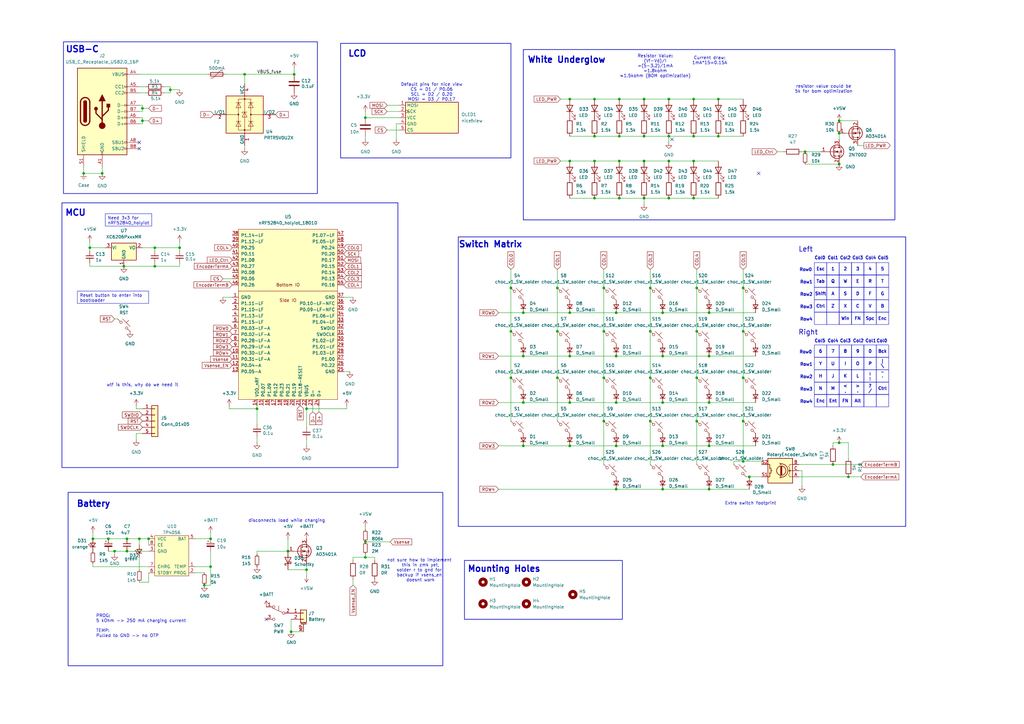
<source format=kicad_sch>
(kicad_sch (version 20250114) (generator "eeschema") (generator_version "9.0")
  (paper "A3")
  (rectangle (start 359.41 156.718) (end 364.49 161.798))
  (rectangle (start 339.09 156.718) (end 344.17 161.798))
  (rectangle (start 339.09 112.776) (end 344.17 117.856))
  (rectangle (start 344.17 161.798) (end 349.25 166.878))
  (rectangle (start 25.4 83.185) (end 163.195 191.77) (stroke (width 0.254)))
  (rectangle (start 26.035 17.145) (end 130.175 79.375) (stroke (width 0.254)))
  (rectangle (start 359.41 161.798) (end 364.49 166.878))
  (rectangle (start 187.96 97.155) (end 371.475 215.9) (stroke (width 0.254)))
  (rectangle (start 359.41 146.558) (end 364.49 151.638))
  (rectangle (start 349.25 146.558) (end 354.33 151.638))
  (rectangle (start 344.17 112.776) (end 349.25 117.856))
  (rectangle (start 349.25 107.696) (end 354.33 112.776))
  (rectangle (start 27.94 201.93) (end 181.61 273.05) (stroke (width 0.254)))
  (rectangle (start 339.09 107.696) (end 344.17 112.776))
  (rectangle (start 354.33 117.856) (end 359.41 122.936))
  (rectangle (start 339.09 122.936) (end 344.17 128.016))
  (rectangle (start 139.7 17.78) (end 209.55 64.77) (stroke (width 0.254)))
  (rectangle (start 339.09 141.478) (end 344.17 146.558))
  (rectangle (start 359.41 128.016) (end 364.49 133.096))
  (rectangle (start 334.01 161.798) (end 339.09 166.878))
  (rectangle (start 354.33 107.696) (end 359.41 112.776))
  (rectangle (start 190.5 229.87) (end 255.27 254) (stroke (width 0.254)))
  (rectangle (start 339.09 151.638) (end 344.17 156.718))
  (rectangle (start 344.17 146.558) (end 349.25 151.638))
  (rectangle (start 354.33 128.016) (end 359.41 133.096))
  (rectangle (start 339.09 117.856) (end 344.17 122.936))
  (rectangle (start 354.33 122.936) (end 359.41 128.016))
  (rectangle (start 349.25 122.936) (end 354.33 128.016))
  (rectangle (start 344.17 122.936) (end 349.25 128.016))
  (rectangle (start 334.01 122.936) (end 339.09 128.016))
  (rectangle (start 359.41 112.776) (end 364.49 117.856))
  (rectangle (start 349.25 161.798) (end 354.33 166.878))
  (rectangle (start 354.33 156.718) (end 359.41 161.798))
  (rectangle (start 334.01 128.016) (end 339.09 133.096))
  (rectangle (start 334.01 107.696) (end 339.09 112.776))
  (rectangle (start 349.25 117.856) (end 354.33 122.936))
  (rectangle (start 334.01 151.638) (end 339.09 156.718))
  (rectangle (start 354.33 161.798) (end 359.41 166.878))
  (rectangle (start 344.17 156.718) (end 349.25 161.798))
  (rectangle (start 344.17 128.016) (end 349.25 133.096))
  (rectangle (start 334.01 146.558) (end 339.09 151.638))
  (rectangle (start 359.41 141.478) (end 364.49 146.558))
  (rectangle (start 359.41 151.638) (end 364.49 156.718))
  (rectangle (start 349.25 151.638) (end 354.33 156.718))
  (rectangle (start 344.17 107.696) (end 349.25 112.776))
  (rectangle (start 359.41 122.936) (end 364.49 128.016))
  (rectangle (start 349.25 112.776) (end 354.33 117.856))
  (rectangle (start 344.17 151.638) (end 349.25 156.718))
  (rectangle (start 334.01 117.856) (end 339.09 122.936))
  (rectangle (start 359.41 117.856) (end 364.49 122.936))
  (rectangle (start 334.01 112.776) (end 339.09 117.856))
  (rectangle (start 354.33 151.638) (end 359.41 156.718))
  (rectangle (start 334.01 141.478) (end 339.09 146.558))
  (rectangle (start 339.09 146.558) (end 344.17 151.638))
  (rectangle (start 214.63 20.32) (end 367.03 90.17) (stroke (width 0.254)))
  (rectangle (start 354.33 141.478) (end 359.41 146.558))
  (rectangle (start 344.17 117.856) (end 349.25 122.936))
  (rectangle (start 354.33 112.776) (end 359.41 117.856))
  (rectangle (start 349.25 156.718) (end 354.33 161.798))
  (rectangle (start 339.09 128.016) (end 344.17 133.096))
  (rectangle (start 359.41 107.696) (end 364.49 112.776))
  (rectangle (start 344.17 141.478) (end 349.25 146.558))
  (rectangle (start 339.09 161.798) (end 344.17 166.878))
  (rectangle (start 349.25 128.016) (end 354.33 133.096))
  (rectangle (start 334.01 156.718) (end 339.09 161.798))
  (rectangle (start 354.33 146.558) (end 359.41 151.638))
  (rectangle (start 349.25 141.478) (end 354.33 146.558))
  (text "8" (at 346.71 144.272 0) (effects (font (size 1.27 1.27) (thickness 0.254) (bold yes))))
  (text "Col3" (at 351.79 105.918 0) (effects (font (size 1.27 1.27) (thickness 0.254) (bold yes))))
  (text "S" (at 346.71 120.65 0) (effects (font (size 1.27 1.27) (thickness 0.254) (bold yes))))
  (text "U" (at 341.63 149.352 0) (effects (font (size 1.27 1.27) (thickness 0.254) (bold yes))))
  (text "Z" (at 341.63 125.73 0) (effects (font (size 1.27 1.27) (thickness 0.254) (bold yes))))
  (text "Col0" (at 361.696 139.954 0) (effects (font (size 1.27 1.27) (thickness 0.254) (bold yes))))
  (text "Col4" (at 341.63 139.954 0) (effects (font (size 1.27 1.27) (thickness 0.254) (bold yes))))
  (text "PROG:\n5 kOhm -> 250 mA charging current\n\nTEMP:\nPulled to GND -> no OTP" (at 39.37 261.62 0) (effects (font (size 1.27 1.27)) (justify left bottom)))
  (text "Col5" (at 362.204 105.918 0) (effects (font (size 1.27 1.27) (thickness 0.254) (bold yes))))
  (text "N" (at 336.55 159.512 0) (effects (font (size 1.27 1.27) (thickness 0.254) (bold yes))))
  (text "FN" (at 346.71 164.592 0) (effects (font (size 1.27 1.27) (thickness 0.254) (bold yes))))
  (text "5" (at 361.95 110.49 0) (effects (font (size 1.27 1.27) (thickness 0.254) (bold yes))))
  (text "I" (at 346.71 149.352 0) (effects (font (size 1.27 1.27) (thickness 0.254) (bold yes))))
  (text "Col5" (at 336.296 139.954 0) (effects (font (size 1.27 1.27) (thickness 0.254) (bold yes))))
  (text "D" (at 351.79 120.65 0) (effects (font (size 1.27 1.27) (thickness 0.254) (bold yes))))
  (text "M" (at 341.63 159.512 0) (effects (font (size 1.27 1.27) (thickness 0.254) (bold yes))))
  (text "H" (at 336.55 154.432 0) (effects (font (size 1.27 1.27) (thickness 0.254) (bold yes))))
  (text "Col2" (at 352.044 139.954 0) (effects (font (size 1.27 1.27) (thickness 0.254) (bold yes))))
  (text "Battery\n" (at 38.354 206.756 0) (effects (font (size 2.54 2.54) (thickness 0.508) (bold yes))))
  (text "Extra switch footprint" (at 307.848 206.502 0) (effects (font (size 1.27 1.27))))
  (text "Mounting Holes\n" (at 206.756 233.426 0) (effects (font (size 2.54 2.54) (thickness 0.508) (bold yes))))
  (text "Row1" (at 330.708 149.606 0) (effects (font (size 1.27 1.27) (thickness 0.254) (bold yes))))
  (text "Tab" (at 336.55 115.57 0) (effects (font (size 1.27 1.27) (thickness 0.254) (bold yes))))
  (text "?\n/" (at 356.87 159.512 0) (effects (font (size 1.27 1.27) (thickness 0.254) (bold yes))))
  (text "J" (at 341.63 154.432 0) (effects (font (size 1.27 1.27) (thickness 0.254) (bold yes))))
  (text "2" (at 346.71 110.49 0) (effects (font (size 1.27 1.27) (thickness 0.254) (bold yes))))
  (text "\"\n'" (at 361.95 154.432 0) (effects (font (size 1.27 1.27) (thickness 0.254) (bold yes))))
  (text "Switch Matrix" (at 201.168 100.33 0) (effects (font (size 2.54 2.54) (thickness 0.508) (bold yes))))
  (text ":\n;" (at 356.87 154.432 0) (effects (font (size 1.27 1.27) (thickness 0.254) (bold yes))))
  (text "Shift" (at 336.55 120.65 0) (effects (font (size 1.27 1.27) (thickness 0.254) (bold yes))))
  (text "Ent" (at 341.63 164.592 0) (effects (font (size 1.27 1.27) (thickness 0.254) (bold yes))))
  (text "Current draw:\n1mA*15=0.15A" (at 291.084 24.892 0) (effects (font (size 1.27 1.27))))
  (text "X" (at 346.71 125.73 0) (effects (font (size 1.27 1.27) (thickness 0.254) (bold yes))))
  (text "Col1" (at 357.124 139.954 0) (effects (font (size 1.27 1.27) (thickness 0.254) (bold yes))))
  (text "C" (at 351.79 125.73 0) (effects (font (size 1.27 1.27) (thickness 0.254) (bold yes))))
  (text "Spc" (at 356.87 130.81 0) (effects (font (size 1.27 1.27) (thickness 0.254) (bold yes))))
  (text "4" (at 356.87 110.49 0) (effects (font (size 1.27 1.27) (thickness 0.254) (bold yes))))
  (text "Row0" (at 330.454 110.744 0) (effects (font (size 1.27 1.27) (thickness 0.254) (bold yes))))
  (text "B" (at 361.95 125.73 0) (effects (font (size 1.27 1.27) (thickness 0.254) (bold yes))))
  (text "T" (at 361.95 115.57 0) (effects (font (size 1.27 1.27) (thickness 0.254) (bold yes))))
  (text "Col2" (at 346.71 105.918 0) (effects (font (size 1.27 1.27) (thickness 0.254) (bold yes))))
  (text "Col0" (at 336.296 105.918 0) (effects (font (size 1.27 1.27) (thickness 0.254) (bold yes))))
  (text "G" (at 361.95 120.65 0) (effects (font (size 1.27 1.27) (thickness 0.254) (bold yes))))
  (text "<\n," (at 346.71 159.512 0) (effects (font (size 1.27 1.27) (thickness 0.254) (bold yes))))
  (text "not sure how to implement \nthis in zmk yet,\nsolder r to gnd for \nbackup if vsens_en \ndoesnt work" (at 172.466 233.934 0) (effects (font (size 1.27 1.27))))
  (text "P" (at 356.87 149.352 0) (effects (font (size 1.27 1.27) (thickness 0.254) (bold yes))))
  (text "Esc" (at 336.55 110.49 0) (effects (font (size 1.27 1.27) (thickness 0.254) (bold yes))))
  (text "Bck" (at 361.95 144.272 0) (effects (font (size 1.27 1.27) (thickness 0.254) (bold yes))))
  (text "MCU" (at 30.988 87.376 0) (effects (font (size 2.54 2.54) (thickness 0.508) (bold yes))))
  (text "9" (at 351.79 144.272 0) (effects (font (size 1.27 1.27) (thickness 0.254) (bold yes))))
  (text "Ctrl" (at 361.95 159.512 0) (effects (font (size 1.27 1.27) (thickness 0.254) (bold yes))))
  (text "R" (at 356.87 115.57 0) (effects (font (size 1.27 1.27) (thickness 0.254) (bold yes))))
  (text "Row0" (at 330.454 144.526 0) (effects (font (size 1.27 1.27) (thickness 0.254) (bold yes))))
  (text "Row2" (at 330.708 154.686 0) (effects (font (size 1.27 1.27) (thickness 0.254) (bold yes))))
  (text "|\n\\" (at 361.95 149.352 0) (effects (font (size 1.27 1.27) (thickness 0.254) (bold yes))))
  (text "F" (at 356.87 120.65 0) (effects (font (size 1.27 1.27) (thickness 0.254) (bold yes))))
  (text "wtf is this, why do we need it" (at 58.42 157.988 0) (effects (font (size 1.27 1.27))))
  (text "LCD" (at 146.558 22.098 0) (effects (font (size 2.54 2.54) (thickness 0.508) (bold yes))))
  (text "E" (at 351.79 115.57 0) (effects (font (size 1.27 1.27) (thickness 0.254) (bold yes))))
  (text "Y" (at 336.55 149.352 0) (effects (font (size 1.27 1.27) (thickness 0.254) (bold yes))))
  (text "3" (at 351.79 110.49 0) (effects (font (size 1.27 1.27) (thickness 0.254) (bold yes))))
  (text "V" (at 356.87 125.73 0) (effects (font (size 1.27 1.27) (thickness 0.254) (bold yes))))
  (text "USB-C" (at 33.782 20.32 0) (effects (font (size 2.54 2.54) (thickness 0.508) (bold yes))))
  (text "A" (at 341.63 120.65 0) (effects (font (size 1.27 1.27) (thickness 0.254) (bold yes))))
  (text "resistor value could be\n5k for bom optimization" (at 337.82 36.576 0) (effects (font (size 1.27 1.27))))
  (text "Row1" (at 330.708 115.824 0) (effects (font (size 1.27 1.27) (thickness 0.254) (bold yes))))
  (text "Row2" (at 330.708 120.904 0) (effects (font (size 1.27 1.27) (thickness 0.254) (bold yes))))
  (text "Right" (at 331.47 136.398 0) (effects (font (size 2.032 2.032) (thickness 0.254) (bold yes))))
  (text "Col3" (at 346.71 139.954 0) (effects (font (size 1.27 1.27) (thickness 0.254) (bold yes))))
  (text "Resistor Value:\n(Vf-Vd)/I\n=(5-3.2)/1mA\n=1.8kohm\n≈1.5kohm (BOM optimization)" (at 268.732 27.178 0) (effects (font (size 1.27 1.27))))
  (text "Row3" (at 330.708 159.766 0) (effects (font (size 1.27 1.27) (thickness 0.254) (bold yes))))
  (text "Col1" (at 341.63 105.918 0) (effects (font (size 1.27 1.27) (thickness 0.254) (bold yes))))
  (text "L" (at 351.79 154.432 0) (effects (font (size 1.27 1.27) (thickness 0.254) (bold yes))))
  (text "W" (at 346.71 115.57 0) (effects (font (size 1.27 1.27) (thickness 0.254) (bold yes))))
  (text "Q" (at 341.63 115.57 0) (effects (font (size 1.27 1.27) (thickness 0.254) (bold yes))))
  (text "Row4" (at 330.708 164.846 0) (effects (font (size 1.27 1.27) (thickness 0.254) (bold yes))))
  (text "Default pins for nice view\nCS = D1 / P0.06\nSCL = D2 / 0.20\nMOSI = D3 / P0.17\n" (at 177.038 37.846 0) (effects (font (size 1.27 1.27))))
  (text ">\n." (at 351.79 159.512 0) (effects (font (size 1.27 1.27) (thickness 0.254) (bold yes))))
  (text "Left" (at 330.454 102.362 0) (effects (font (size 2.032 2.032) (thickness 0.254) (bold yes))))
  (text "White Underglow" (at 232.41 24.638 0) (effects (font (size 2.54 2.54) (thickness 0.508) (bold yes))))
  (text "Row4" (at 330.708 131.064 0) (effects (font (size 1.27 1.27) (thickness 0.254) (bold yes))))
  (text "disconnects load while charging" (at 117.602 213.614 0) (effects (font (size 1.27 1.27))))
  (text "Win" (at 346.71 130.81 0) (effects (font (size 1.27 1.27) (thickness 0.254) (bold yes))))
  (text "K" (at 346.71 154.432 0) (effects (font (size 1.27 1.27) (thickness 0.254) (bold yes))))
  (text "Ctrl" (at 336.55 125.73 0) (effects (font (size 1.27 1.27) (thickness 0.254) (bold yes))))
  (text "6" (at 336.55 144.272 0) (effects (font (size 1.27 1.27) (thickness 0.254) (bold yes))))
  (text "Enc" (at 361.95 130.81 0) (effects (font (size 1.27 1.27) (thickness 0.254) (bold yes))))
  (text "Col4" (at 357.124 105.918 0) (effects (font (size 1.27 1.27) (thickness 0.254) (bold yes))))
  (text "Alt" (at 351.79 164.592 0) (effects (font (size 1.27 1.27) (thickness 0.254) (bold yes))))
  (text "7" (at 341.63 144.272 0) (effects (font (size 1.27 1.27) (thickness 0.254) (bold yes))))
  (text "Row3" (at 330.708 125.984 0) (effects (font (size 1.27 1.27) (thickness 0.254) (bold yes))))
  (text "FN" (at 351.79 130.81 0) (effects (font (size 1.27 1.27) (thickness 0.254) (bold yes))))
  (text "0" (at 356.87 144.272 0) (effects (font (size 1.27 1.27) (thickness 0.254) (bold yes))))
  (text "Enc" (at 336.55 164.592 0) (effects (font (size 1.27 1.27) (thickness 0.254) (bold yes))))
  (text "1" (at 341.63 110.49 0) (effects (font (size 1.27 1.27) (thickness 0.254) (bold yes))))
  (text "O" (at 351.79 149.352 0) (effects (font (size 1.27 1.27) (thickness 0.254) (bold yes))))
  (text_box "Reset button to enter into bootloader\n" (at 31.75 119.38 0) (size 29.21 5.08) (margins 0.9525 0.9525 0.9525 0.9525) (effects (font (size 1.27 1.27)) (justify left top)))
  (text_box "Need 3v3 for nRF52840_holyiot\n" (at 43.18 87.63 0) (size 19.05 5.08) (margins 0.9525 0.9525 0.9525 0.9525) (effects (font (size 1.27 1.27)) (justify left top)))
  (junction (at 214.63 182.88))
  (junction (at 285.75 172.72))
  (junction (at 83.82 240.03))
  (junction (at 294.64 55.88))
  (junction (at 73.66 101.6))
  (junction (at 290.83 200.66))
  (junction (at 264.16 66.04))
  (junction (at 266.7 172.72))
  (junction (at 284.48 55.88))
  (junction (at 285.75 154.94))
  (junction (at 266.7 154.94))
  (junction (at 285.75 135.89))
  (junction (at 86.36 220.98))
  (junction (at 46.99 226.06))
  (junction (at 344.17 67.31))
  (junction (at 228.6 135.89))
  (junction (at 304.8 135.89))
  (junction (at 125.73 233.68))
  (junction (at 52.07 220.98))
  (junction (at 304.8 189.23))
  (junction (at 304.8 118.11))
  (junction (at 344.17 49.53))
  (junction (at 58.42 49.53))
  (junction (at 344.17 181.61))
  (junction (at 243.84 81.28))
  (junction (at 100.33 30.48))
  (junction (at 214.63 146.05))
  (junction (at 34.29 71.12))
  (junction (at 243.84 55.88))
  (junction (at 271.78 200.66))
  (junction (at 252.73 128.27))
  (junction (at 252.73 146.05))
  (junction (at 284.48 40.64))
  (junction (at 252.73 200.66))
  (junction (at 290.83 128.27))
  (junction (at 254 66.04))
  (junction (at 209.55 135.89))
  (junction (at 284.48 66.04))
  (junction (at 304.8 154.94))
  (junction (at 294.64 40.64))
  (junction (at 264.16 81.28))
  (junction (at 119.38 259.08))
  (junction (at 228.6 154.94))
  (junction (at 347.98 195.58))
  (junction (at 120.65 30.48))
  (junction (at 274.32 40.64))
  (junction (at 264.16 55.88))
  (junction (at 149.86 228.6))
  (junction (at 271.78 182.88))
  (junction (at 307.34 195.58))
  (junction (at 271.78 146.05))
  (junction (at 214.63 165.1))
  (junction (at 247.65 135.89))
  (junction (at 274.32 55.88))
  (junction (at 284.48 81.28))
  (junction (at 118.11 226.06))
  (junction (at 233.68 66.04))
  (junction (at 125.73 167.64))
  (junction (at 233.68 182.88))
  (junction (at 57.15 220.98))
  (junction (at 266.7 135.89))
  (junction (at 274.32 81.28))
  (junction (at 63.5 101.6))
  (junction (at 247.65 118.11))
  (junction (at 254 55.88))
  (junction (at 285.75 118.11))
  (junction (at 290.83 165.1))
  (junction (at 330.2 62.23))
  (junction (at 254 40.64))
  (junction (at 341.63 190.5))
  (junction (at 271.78 128.27))
  (junction (at 214.63 128.27))
  (junction (at 290.83 146.05))
  (junction (at 228.6 118.11))
  (junction (at 247.65 154.94))
  (junction (at 233.68 165.1))
  (junction (at 264.16 40.64))
  (junction (at 233.68 146.05))
  (junction (at 60.96 220.98))
  (junction (at 44.45 220.98))
  (junction (at 149.86 222.25))
  (junction (at 252.73 182.88))
  (junction (at 290.83 182.88))
  (junction (at 243.84 66.04))
  (junction (at 209.55 154.94))
  (junction (at 252.73 165.1))
  (junction (at 86.36 232.41))
  (junction (at 209.55 118.11))
  (junction (at 304.8 172.72))
  (junction (at 69.85 36.83))
  (junction (at 58.42 44.45))
  (junction (at 271.78 165.1))
  (junction (at 274.32 66.04))
  (junction (at 247.65 172.72))
  (junction (at 233.68 128.27))
  (junction (at 52.07 226.06))
  (junction (at 50.8 109.22))
  (junction (at 243.84 40.64))
  (junction (at 41.91 71.12))
  (junction (at 36.83 101.6))
  (junction (at 254 81.28))
  (junction (at 149.86 48.26))
  (junction (at 266.7 118.11))
  (junction (at 105.41 167.64))
  (junction (at 38.1 220.98))
  (junction (at 344.17 54.61))
  (junction (at 233.68 40.64))
  (junction (at 63.5 109.22))
  (no_connect (at 109.22 254))
  (no_connect (at 57.15 58.42))
  (no_connect (at 311.15 71.12))
  (no_connect (at 275.59 57.15))
  (no_connect (at 57.15 60.96))
  (wire (pts (xy 80.01 220.98) (xy 86.36 220.98)))
  (wire (pts (xy 73.66 99.06) (xy 73.66 101.6)))
  (wire (pts (xy 149.86 215.9) (xy 149.86 217.17)))
  (wire (pts (xy 290.83 165.1) (xy 309.88 165.1)))
  (wire (pts (xy 58.42 44.45) (xy 60.96 44.45)))
  (wire (pts (xy 100.33 30.48) (xy 100.33 34.29)))
  (wire (pts (xy 120.65 27.94) (xy 120.65 30.48)))
  (wire (pts (xy 243.84 66.04) (xy 254 66.04)))
  (wire (pts (xy 125.73 233.68) (xy 125.73 236.22)))
  (wire (pts (xy 125.73 180.34) (xy 125.73 182.88)))
  (wire (pts (xy 264.16 40.64) (xy 274.32 40.64)))
  (wire (pts (xy 341.63 181.61) (xy 344.17 181.61)))
  (wire (pts (xy 69.85 36.83) (xy 69.85 38.1)))
  (wire (pts (xy 290.83 128.27) (xy 309.88 128.27)))
  (wire (pts (xy 284.48 66.04) (xy 294.64 66.04)))
  (wire (pts (xy 93.98 167.64) (xy 93.98 166.37)))
  (wire (pts (xy 36.83 101.6) (xy 43.18 101.6)))
  (wire (pts (xy 290.83 182.88) (xy 309.88 182.88)))
  (wire (pts (xy 105.41 226.06) (xy 118.11 226.06)))
  (wire (pts (xy 36.83 99.06) (xy 36.83 101.6)))
  (wire (pts (xy 266.7 118.11) (xy 266.7 135.89)))
  (wire (pts (xy 34.29 68.58) (xy 34.29 71.12)))
  (wire (pts (xy 91.44 121.92) (xy 95.25 121.92)))
  (wire (pts (xy 233.68 66.04) (xy 243.84 66.04)))
  (wire (pts (xy 158.75 45.72) (xy 163.83 45.72)))
  (wire (pts (xy 144.78 228.6) (xy 144.78 229.87)))
  (wire (pts (xy 57.15 45.72) (xy 58.42 45.72)))
  (wire (pts (xy 105.41 166.37) (xy 105.41 167.64)))
  (wire (pts (xy 162.56 50.8) (xy 162.56 57.15)))
  (wire (pts (xy 105.41 173.99) (xy 105.41 167.64)))
  (wire (pts (xy 57.15 35.56) (xy 59.69 35.56)))
  (wire (pts (xy 274.32 55.88) (xy 284.48 55.88)))
  (wire (pts (xy 266.7 110.49) (xy 266.7 118.11)))
  (wire (pts (xy 304.8 154.94) (xy 304.8 172.72)))
  (wire (pts (xy 38.1 231.14) (xy 38.1 232.41)))
  (wire (pts (xy 55.88 177.8) (xy 55.88 180.34)))
  (wire (pts (xy 73.66 109.22) (xy 63.5 109.22)))
  (wire (pts (xy 67.31 35.56) (xy 69.85 35.56)))
  (wire (pts (xy 63.5 101.6) (xy 63.5 102.87)))
  (wire (pts (xy 264.16 55.88) (xy 274.32 55.88)))
  (wire (pts (xy 247.65 135.89) (xy 247.65 154.94)))
  (wire (pts (xy 344.17 54.61) (xy 344.17 57.15)))
  (wire (pts (xy 158.75 43.18) (xy 163.83 43.18)))
  (wire (pts (xy 46.99 130.81) (xy 48.26 130.81)))
  (wire (pts (xy 58.42 177.8) (xy 55.88 177.8)))
  (wire (pts (xy 57.15 30.48) (xy 85.09 30.48)))
  (wire (pts (xy 252.73 128.27) (xy 271.78 128.27)))
  (wire (pts (xy 254 55.88) (xy 264.16 55.88)))
  (wire (pts (xy 46.99 226.06) (xy 52.07 226.06)))
  (wire (pts (xy 243.84 40.64) (xy 254 40.64)))
  (wire (pts (xy 57.15 220.98) (xy 57.15 223.52)))
  (wire (pts (xy 149.86 228.6) (xy 149.86 227.33)))
  (wire (pts (xy 328.93 62.23) (xy 330.2 62.23)))
  (wire (pts (xy 228.6 118.11) (xy 228.6 135.89)))
  (wire (pts (xy 229.87 40.64) (xy 233.68 40.64)))
  (wire (pts (xy 307.34 195.58) (xy 312.42 195.58)))
  (wire (pts (xy 266.7 172.72) (xy 266.7 190.5)))
  (wire (pts (xy 209.55 110.49) (xy 209.55 118.11)))
  (wire (pts (xy 57.15 48.26) (xy 58.42 48.26)))
  (wire (pts (xy 274.32 55.88) (xy 274.32 58.42)))
  (wire (pts (xy 252.73 165.1) (xy 271.78 165.1)))
  (wire (pts (xy 204.47 182.88) (xy 214.63 182.88)))
  (wire (pts (xy 91.44 114.3) (xy 95.25 114.3)))
  (wire (pts (xy 284.48 81.28) (xy 294.64 81.28)))
  (wire (pts (xy 60.96 220.98) (xy 60.96 223.52)))
  (wire (pts (xy 228.6 110.49) (xy 228.6 118.11)))
  (wire (pts (xy 233.68 55.88) (xy 243.84 55.88)))
  (wire (pts (xy 63.5 107.95) (xy 63.5 109.22)))
  (wire (pts (xy 149.86 228.6) (xy 153.67 228.6)))
  (wire (pts (xy 347.98 181.61) (xy 347.98 187.96)))
  (wire (pts (xy 58.42 45.72) (xy 58.42 44.45)))
  (wire (pts (xy 58.42 49.53) (xy 60.96 49.53)))
  (wire (pts (xy 86.36 218.44) (xy 86.36 220.98)))
  (wire (pts (xy 58.42 48.26) (xy 58.42 49.53)))
  (wire (pts (xy 57.15 43.18) (xy 58.42 43.18)))
  (wire (pts (xy 271.78 200.66) (xy 290.83 200.66)))
  (wire (pts (xy 149.86 48.26) (xy 163.83 48.26)))
  (wire (pts (xy 247.65 118.11) (xy 247.65 135.89)))
  (wire (pts (xy 233.68 81.28) (xy 243.84 81.28)))
  (wire (pts (xy 209.55 135.89) (xy 209.55 154.94)))
  (wire (pts (xy 327.66 195.58) (xy 347.98 195.58)))
  (wire (pts (xy 149.86 222.25) (xy 160.02 222.25)))
  (wire (pts (xy 140.97 121.92) (xy 144.78 121.92)))
  (wire (pts (xy 204.47 146.05) (xy 214.63 146.05)))
  (wire (pts (xy 285.75 172.72) (xy 285.75 190.5)))
  (wire (pts (xy 306.07 195.58) (xy 307.34 195.58)))
  (wire (pts (xy 233.68 146.05) (xy 252.73 146.05)))
  (wire (pts (xy 341.63 190.5) (xy 353.06 190.5)))
  (wire (pts (xy 57.15 38.1) (xy 59.69 38.1)))
  (wire (pts (xy 86.36 232.41) (xy 86.36 240.03)))
  (wire (pts (xy 128.27 168.91) (xy 128.27 166.37)))
  (wire (pts (xy 294.64 40.64) (xy 304.8 40.64)))
  (wire (pts (xy 204.47 165.1) (xy 214.63 165.1)))
  (wire (pts (xy 69.85 35.56) (xy 69.85 36.83)))
  (wire (pts (xy 52.07 220.98) (xy 57.15 220.98)))
  (wire (pts (xy 36.83 107.95) (xy 36.83 109.22)))
  (wire (pts (xy 252.73 146.05) (xy 271.78 146.05)))
  (wire (pts (xy 58.42 49.53) (xy 58.42 50.8)))
  (wire (pts (xy 86.36 240.03) (xy 83.82 240.03)))
  (wire (pts (xy 149.86 57.15) (xy 149.86 55.88)))
  (wire (pts (xy 347.98 195.58) (xy 353.06 195.58)))
  (wire (pts (xy 252.73 200.66) (xy 271.78 200.66)))
  (wire (pts (xy 344.17 49.53) (xy 351.79 49.53)))
  (wire (pts (xy 73.66 101.6) (xy 73.66 102.87)))
  (wire (pts (xy 233.68 165.1) (xy 252.73 165.1)))
  (wire (pts (xy 327.66 190.5) (xy 341.63 190.5)))
  (wire (pts (xy 214.63 146.05) (xy 233.68 146.05)))
  (wire (pts (xy 73.66 107.95) (xy 73.66 109.22)))
  (wire (pts (xy 214.63 128.27) (xy 233.68 128.27)))
  (wire (pts (xy 214.63 182.88) (xy 233.68 182.88)))
  (wire (pts (xy 341.63 182.88) (xy 341.63 181.61)))
  (wire (pts (xy 57.15 238.76) (xy 60.96 238.76)))
  (wire (pts (xy 58.42 44.45) (xy 58.42 43.18)))
  (wire (pts (xy 264.16 81.28) (xy 264.16 83.82)))
  (wire (pts (xy 36.83 101.6) (xy 36.83 102.87)))
  (wire (pts (xy 144.78 240.03) (xy 144.78 237.49)))
  (wire (pts (xy 266.7 154.94) (xy 266.7 172.72)))
  (wire (pts (xy 38.1 232.41) (xy 60.96 232.41)))
  (wire (pts (xy 233.68 128.27) (xy 252.73 128.27)))
  (wire (pts (xy 264.16 66.04) (xy 274.32 66.04)))
  (wire (pts (xy 119.38 254) (xy 119.38 259.08)))
  (wire (pts (xy 247.65 172.72) (xy 247.65 190.5)))
  (wire (pts (xy 125.73 166.37) (xy 125.73 167.64)))
  (wire (pts (xy 80.01 232.41) (xy 86.36 232.41)))
  (wire (pts (xy 271.78 182.88) (xy 290.83 182.88)))
  (wire (pts (xy 55.88 167.64) (xy 55.88 166.37)))
  (wire (pts (xy 125.73 167.64) (xy 142.24 167.64)))
  (wire (pts (xy 285.75 110.49) (xy 285.75 118.11)))
  (wire (pts (xy 304.8 189.23) (xy 312.42 189.23)))
  (wire (pts (xy 247.65 154.94) (xy 247.65 172.72)))
  (wire (pts (xy 92.71 30.48) (xy 100.33 30.48)))
  (wire (pts (xy 318.77 62.23) (xy 321.31 62.23)))
  (wire (pts (xy 60.96 238.76) (xy 60.96 234.95)))
  (wire (pts (xy 285.75 135.89) (xy 285.75 154.94)))
  (wire (pts (xy 254 40.64) (xy 264.16 40.64)))
  (wire (pts (xy 300.99 189.23) (xy 300.99 190.5)))
  (wire (pts (xy 119.38 259.08) (xy 124.46 259.08)))
  (wire (pts (xy 304.8 110.49) (xy 304.8 118.11)))
  (wire (pts (xy 158.75 53.34) (xy 163.83 53.34)))
  (wire (pts (xy 153.67 229.87) (xy 153.67 228.6)))
  (wire (pts (xy 44.45 220.98) (xy 52.07 220.98)))
  (wire (pts (xy 233.68 182.88) (xy 252.73 182.88)))
  (wire (pts (xy 264.16 81.28) (xy 274.32 81.28)))
  (wire (pts (xy 57.15 50.8) (xy 58.42 50.8)))
  (wire (pts (xy 274.32 66.04) (xy 284.48 66.04)))
  (wire (pts (xy 125.73 167.64) (xy 125.73 175.26)))
  (wire (pts (xy 243.84 55.88) (xy 254 55.88)))
  (wire (pts (xy 209.55 154.94) (xy 209.55 172.72)))
  (wire (pts (xy 52.07 226.06) (xy 60.96 226.06)))
  (wire (pts (xy 105.41 227.33) (xy 105.41 226.06)))
  (wire (pts (xy 304.8 118.11) (xy 304.8 135.89)))
  (wire (pts (xy 229.87 66.04) (xy 233.68 66.04)))
  (wire (pts (xy 142.24 166.37) (xy 142.24 167.64)))
  (wire (pts (xy 204.47 128.27) (xy 214.63 128.27)))
  (wire (pts (xy 294.64 55.88) (xy 304.8 55.88)))
  (wire (pts (xy 351.79 59.69) (xy 354.33 59.69)))
  (wire (pts (xy 228.6 135.89) (xy 228.6 154.94)))
  (wire (pts (xy 63.5 101.6) (xy 73.66 101.6)))
  (wire (pts (xy 290.83 146.05) (xy 309.88 146.05)))
  (wire (pts (xy 228.6 154.94) (xy 228.6 172.72)))
  (wire (pts (xy 328.93 199.39) (xy 328.93 193.04)))
  (wire (pts (xy 266.7 135.89) (xy 266.7 154.94)))
  (wire (pts (xy 118.11 220.98) (xy 118.11 226.06)))
  (wire (pts (xy 57.15 228.6) (xy 57.15 233.68)))
  (wire (pts (xy 118.11 233.68) (xy 125.73 233.68)))
  (wire (pts (xy 144.78 228.6) (xy 149.86 228.6)))
  (wire (pts (xy 100.33 59.69) (xy 100.33 60.96)))
  (wire (pts (xy 204.47 200.66) (xy 252.73 200.66)))
  (wire (pts (xy 125.73 233.68) (xy 125.73 231.14)))
  (wire (pts (xy 304.8 135.89) (xy 304.8 154.94)))
  (wire (pts (xy 304.8 189.23) (xy 300.99 189.23)))
  (wire (pts (xy 41.91 68.58) (xy 41.91 71.12)))
  (wire (pts (xy 105.41 167.64) (xy 93.98 167.64)))
  (wire (pts (xy 50.8 109.22) (xy 63.5 109.22)))
  (wire (pts (xy 271.78 165.1) (xy 290.83 165.1)))
  (wire (pts (xy 46.99 227.33) (xy 46.99 226.06)))
  (wire (pts (xy 247.65 110.49) (xy 247.65 118.11)))
  (wire (pts (xy 344.17 181.61) (xy 347.98 181.61)))
  (wire (pts (xy 274.32 81.28) (xy 284.48 81.28)))
  (wire (pts (xy 105.41 179.07) (xy 105.41 181.61)))
  (wire (pts (xy 69.85 36.83) (xy 73.66 36.83)))
  (wire (pts (xy 254 81.28) (xy 264.16 81.28)))
  (wire (pts (xy 58.42 167.64) (xy 55.88 167.64)))
  (wire (pts (xy 44.45 226.06) (xy 46.99 226.06)))
  (wire (pts (xy 284.48 55.88) (xy 294.64 55.88)))
  (wire (pts (xy 233.68 40.64) (xy 243.84 40.64)))
  (wire (pts (xy 252.73 182.88) (xy 271.78 182.88)))
  (wire (pts (xy 36.83 109.22) (xy 50.8 109.22)))
  (wire (pts (xy 254 66.04) (xy 264.16 66.04)))
  (wire (pts (xy 330.2 62.23) (xy 336.55 62.23)))
  (wire (pts (xy 284.48 40.64) (xy 294.64 40.64)))
  (wire (pts (xy 214.63 165.1) (xy 233.68 165.1)))
  (wire (pts (xy 328.93 193.04) (xy 327.66 193.04)))
  (wire (pts (xy 163.83 50.8) (xy 162.56 50.8)))
  (wire (pts (xy 149.86 45.72) (xy 149.86 48.26)))
  (wire (pts (xy 274.32 40.64) (xy 284.48 40.64)))
  (wire (pts (xy 86.36 226.06) (xy 86.36 232.41)))
  (wire (pts (xy 38.1 220.98) (xy 44.45 220.98)))
  (wire (pts (xy 69.85 38.1) (xy 67.31 38.1)))
  (wire (pts (xy 304.8 189.23) (xy 304.8 172.72)))
  (wire (pts (xy 38.1 218.44) (xy 38.1 220.98)))
  (wire (pts (xy 330.2 67.31) (xy 344.17 67.31)))
  (wire (pts (xy 34.29 71.12) (xy 41.91 71.12)))
  (wire (pts (xy 209.55 118.11) (xy 209.55 135.89)))
  (wire (pts (xy 271.78 146.05) (xy 290.83 146.05)))
  (wire (pts (xy 140.97 152.4) (xy 143.51 152.4)))
  (wire (pts (xy 271.78 128.27) (xy 290.83 128.27)))
  (wire (pts (xy 130.81 168.91) (xy 130.81 166.37)))
  (wire (pts (xy 243.84 81.28) (xy 254 81.28)))
  (wire (pts (xy 285.75 154.94) (xy 285.75 172.72)))
  (wire (pts (xy 57.15 220.98) (xy 60.96 220.98)))
  (wire (pts (xy 100.33 30.48) (xy 120.65 30.48)))
  (wire (pts (xy 285.75 118.11) (xy 285.75 135.89)))
  (wire (pts (xy 312.42 190.5) (xy 312.42 189.23)))
  (wire (pts (xy 290.83 200.66) (xy 307.34 200.66)))
  (wire (pts (xy 58.42 101.6) (xy 63.5 101.6)))
  (wire (pts (xy 80.01 234.95) (xy 83.82 234.95)))
  (label "VBUS_fuse" (at 105.41 30.48 0))
  (global_label "ROW4" (shape input) (at 204.47 200.66 180) (property "Intersheetrefs" "${INTERSHEET_REFS}" (effects (hide yes))))
  (global_label "D-" (shape input) (at 60.96 44.45 0) (property "Intersheetrefs" "${INTERSHEET_REFS}" (effects (hide yes))))
  (global_label "D+" (shape input) (at 60.96 49.53 0) (property "Intersheetrefs" "${INTERSHEET_REFS}" (effects (hide yes))))
  (global_label "SCK" (shape input) (at 140.97 104.14 0) (property "Intersheetrefs" "${INTERSHEET_REFS}" (effects (hide yes))))
  (global_label "ROW0" (shape input) (at 204.47 128.27 180) (property "Intersheetrefs" "${INTERSHEET_REFS}" (effects (hide yes))))
  (global_label "ROW3" (shape input) (at 204.47 182.88 180) (property "Intersheetrefs" "${INTERSHEET_REFS}" (effects (hide yes))))
  (global_label "COL0" (shape input) (at 140.97 101.6 0) (property "Intersheetrefs" "${INTERSHEET_REFS}" (effects (hide yes))))
  (global_label "COL0" (shape input) (at 209.55 110.49 90) (property "Intersheetrefs" "${INTERSHEET_REFS}" (effects (hide yes))))
  (global_label "LED_Ctrl" (shape input) (at 95.25 106.68 180) (property "Intersheetrefs" "${INTERSHEET_REFS}" (effects (hide yes))))
  (global_label "ROW2" (shape input) (at 204.47 165.1 180) (property "Intersheetrefs" "${INTERSHEET_REFS}" (effects (hide yes))))
  (global_label "CS" (shape input) (at 158.75 53.34 180) (property "Intersheetrefs" "${INTERSHEET_REFS}" (effects (hide yes))))
  (global_label "D+" (shape input) (at 113.03 46.99 0) (property "Intersheetrefs" "${INTERSHEET_REFS}" (effects (hide yes))))
  (global_label "COL4" (shape input) (at 140.97 116.84 0) (property "Intersheetrefs" "${INTERSHEET_REFS}" (effects (hide yes))))
  (global_label "COL3" (shape input) (at 140.97 114.3 0) (property "Intersheetrefs" "${INTERSHEET_REFS}" (effects (hide yes))))
  (global_label "Vsense" (shape input) (at 95.25 147.32 180) (property "Intersheetrefs" "${INTERSHEET_REFS}" (effects (hide yes))))
  (global_label "ROW1" (shape input) (at 95.25 137.16 180) (property "Intersheetrefs" "${INTERSHEET_REFS}" (effects (hide yes))))
  (global_label "LED_PWR" (shape output) (at 354.33 59.69 0) (property "Intersheetrefs" "${INTERSHEET_REFS}" (effects (hide yes))))
  (global_label "CS" (shape input) (at 91.44 114.3 180) (property "Intersheetrefs" "${INTERSHEET_REFS}" (effects (hide yes))))
  (global_label "ROW3" (shape input) (at 95.25 142.24 180) (property "Intersheetrefs" "${INTERSHEET_REFS}" (effects (hide yes))))
  (global_label "D+" (shape input) (at 130.81 168.91 270) (property "Intersheetrefs" "${INTERSHEET_REFS}" (effects (hide yes))))
  (global_label "Vsense_EN" (shape input) (at 144.78 240.03 270) (property "Intersheetrefs" "${INTERSHEET_REFS}" (effects (hide yes))))
  (global_label "LED_PWR" (shape input) (at 229.87 40.64 180) (property "Intersheetrefs" "${INTERSHEET_REFS}" (effects (hide yes))))
  (global_label "Vsense_EN" (shape input) (at 95.25 149.86 180) (property "Intersheetrefs" "${INTERSHEET_REFS}" (effects (hide yes))))
  (global_label "RST" (shape input) (at 58.42 172.72 180) (effects (font (thickness 0.1588))) (property "Intersheetrefs" "${INTERSHEET_REFS}" (effects (hide yes))))
  (global_label "ROW0" (shape input) (at 95.25 134.62 180) (property "Intersheetrefs" "${INTERSHEET_REFS}" (effects (hide yes))))
  (global_label "SCK" (shape input) (at 158.75 45.72 180) (property "Intersheetrefs" "${INTERSHEET_REFS}" (effects (hide yes))))
  (global_label "EncoderTermB" (shape input) (at 95.25 116.84 180) (property "Intersheetrefs" "${INTERSHEET_REFS}" (effects (hide yes))))
  (global_label "MOSI" (shape input) (at 158.75 43.18 180) (property "Intersheetrefs" "${INTERSHEET_REFS}" (effects (hide yes))))
  (global_label "ROW4" (shape input) (at 95.25 144.78 180) (property "Intersheetrefs" "${INTERSHEET_REFS}" (effects (hide yes))))
  (global_label "COL4" (shape input) (at 285.75 110.49 90) (property "Intersheetrefs" "${INTERSHEET_REFS}" (effects (hide yes))))
  (global_label "COL4" (shape input) (at 95.25 101.6 180) (property "Intersheetrefs" "${INTERSHEET_REFS}" (effects (hide yes))))
  (global_label "SWDCLK" (shape input) (at 58.42 175.26 180) (effects (font (thickness 0.1588))) (property "Intersheetrefs" "${INTERSHEET_REFS}" (effects (hide yes))))
  (global_label "RST" (shape input) (at 46.99 130.81 180) (effects (font (thickness 0.1588))) (property "Intersheetrefs" "${INTERSHEET_REFS}" (effects (hide yes))))
  (global_label "COL3" (shape input) (at 266.7 110.49 90) (property "Intersheetrefs" "${INTERSHEET_REFS}" (effects (hide yes))))
  (global_label "LED_Ctrl" (shape input) (at 318.77 62.23 180) (property "Intersheetrefs" "${INTERSHEET_REFS}" (effects (hide yes))))
  (global_label "D-" (shape input) (at 128.27 168.91 270) (property "Intersheetrefs" "${INTERSHEET_REFS}" (effects (hide yes))))
  (global_label "COL2" (shape input) (at 140.97 111.76 0) (property "Intersheetrefs" "${INTERSHEET_REFS}" (effects (hide yes))))
  (global_label "ROW1" (shape input) (at 204.47 146.05 180) (property "Intersheetrefs" "${INTERSHEET_REFS}" (effects (hide yes))))
  (global_label "EncoderTermB" (shape input) (at 353.06 190.5 0) (property "Intersheetrefs" "${INTERSHEET_REFS}" (effects (hide yes))))
  (global_label "COL2" (shape input) (at 247.65 110.49 90) (property "Intersheetrefs" "${INTERSHEET_REFS}" (effects (hide yes))))
  (global_label "COL1" (shape input) (at 140.97 109.22 0) (property "Intersheetrefs" "${INTERSHEET_REFS}" (effects (hide yes))))
  (global_label "D-" (shape input) (at 87.63 46.99 180) (property "Intersheetrefs" "${INTERSHEET_REFS}" (effects (hide yes))))
  (global_label "MOSI" (shape input) (at 140.97 106.68 0) (property "Intersheetrefs" "${INTERSHEET_REFS}" (effects (hide yes))))
  (global_label "RST" (shape input) (at 123.19 166.37 270) (effects (font (thickness 0.1588))) (property "Intersheetrefs" "${INTERSHEET_REFS}" (effects (hide yes))))
  (global_label "LED_PWR" (shape input) (at 229.87 66.04 180) (property "Intersheetrefs" "${INTERSHEET_REFS}" (effects (hide yes))))
  (global_label "EncoderTermA" (shape input) (at 95.25 109.22 180) (property "Intersheetrefs" "${INTERSHEET_REFS}" (effects (hide yes))))
  (global_label "SWDIO" (shape input) (at 58.42 170.18 180) (effects (font (thickness 0.1588))) (property "Intersheetrefs" "${INTERSHEET_REFS}" (effects (hide yes))))
  (global_label "EncoderTermA" (shape input) (at 353.06 195.58 0) (property "Intersheetrefs" "${INTERSHEET_REFS}" (effects (hide yes))))
  (global_label "COL1" (shape input) (at 228.6 110.49 90) (property "Intersheetrefs" "${INTERSHEET_REFS}" (effects (hide yes))))
  (global_label "COL5" (shape input) (at 304.8 110.49 90) (property "Intersheetrefs" "${INTERSHEET_REFS}" (effects (hide yes))))
  (global_label "ROW2" (shape input) (at 95.25 139.7 180) (property "Intersheetrefs" "${INTERSHEET_REFS}" (effects (hide yes))))
  (global_label "Vsense" (shape input) (at 160.02 222.25 0) (property "Intersheetrefs" "${INTERSHEET_REFS}" (effects (hide yes))))
  (symbol (lib_id "PCM_marbastlib-choc:choc_v1_SW_solder") (at 250.19 120.65 0) (unit 1)
    (property "Reference" "S12" (at 250.19 113.03 0))
    (property "Value" "choc_v1_SW_solder" (at 250.19 115.57 0))
    (property "Footprint" "PCM_marbastlib-choc:SW_choc_v1_1u" (effects (hide yes)))
    (property "Description" "Push button switch, normally open, two pins, 45° tilted" (effects (hide yes)))
  )
  (symbol (lib_id "PCM_marbastlib-choc:choc_v1_SW_solder") (at 250.19 138.43 0) (unit 1)
    (property "Reference" "S11" (at 250.19 130.81 0))
    (property "Value" "choc_v1_SW_solder" (at 250.19 133.35 0))
    (property "Footprint" "PCM_marbastlib-choc:SW_choc_v1_1u" (effects (hide yes)))
    (property "Description" "Push button switch, normally open, two pins, 45° tilted" (effects (hide yes)))
  )
  (symbol (lib_id "PCM_marbastlib-choc:choc_v1_SW_solder") (at 269.24 157.48 0) (unit 1)
    (property "Reference" "S14" (at 269.24 149.86 0))
    (property "Value" "choc_v1_SW_solder" (at 269.24 152.4 0))
    (property "Footprint" "PCM_marbastlib-choc:SW_choc_v1_1u" (effects (hide yes)))
    (property "Description" "Push button switch, normally open, two pins, 45° tilted" (effects (hide yes)))
  )
  (symbol (lib_id "power:GND") (at 162.56 57.15 0) (unit 1)
    (property "Reference" "#PWR068" (effects (hide yes)))
    (property "Value" "GND" (at 162.56 62.23 0))
    (property "Description" "Power symbol creates a global label with name \"GND\" , ground" (effects (hide yes)))
  )
  (symbol (lib_name "+5V_3") (lib_id "power:+5V") (at 120.65 27.94 0) (unit 1)
    (property "Reference" "#PWR050" (effects (hide yes)))
    (property "Value" "+5V" (at 120.65 22.86 0))
    (property "Description" "Power symbol creates a global label with name \"+5V\"" (effects (hide yes)))
  )
  (symbol (lib_id "power:GND") (at 73.66 36.83 0) (unit 1)
    (property "Reference" "#PWR023" (effects (hide yes)))
    (property "Value" "GND" (at 73.66 41.91 0))
    (property "Description" "Power symbol creates a global label with name \"GND\" , ground" (effects (hide yes)))
  )
  (symbol (lib_id "power:GND") (at 83.82 240.03 0) (unit 1)
    (property "Reference" "#PWR025" (effects (hide yes)))
    (property "Value" "GND" (at 83.947 244.4242 0))
  )
  (symbol (lib_id "Transistor_FET:2N7002") (at 341.63 62.23 0) (unit 1)
    (property "Reference" "Q5" (at 347.98 60.9599 0) (effects (justify left)))
    (property "Value" "2N7002" (at 347.98 63.4999 0) (effects (justify left)))
    (property "Footprint" "Package_TO_SOT_SMD:SOT-23" (effects (hide yes)))
    (property "Datasheet" "https://www.onsemi.com/pub/Collateral/NDS7002A-D.PDF" (effects (hide yes)))
  )
  (symbol (lib_id "power:GND") (at 120.65 38.1 0) (unit 1)
    (property "Reference" "#PWR051" (effects (hide yes)))
    (property "Value" "GND" (at 120.65 42.545 0))
  )
  (symbol (lib_id "Device:R") (at 284.48 77.47 0) (unit 1)
    (property "Reference" "R20" (at 287.02 76.1999 0) (effects (justify left)))
    (property "Value" "1.5k" (at 287.02 78.7399 0) (effects (justify left)))
    (property "Footprint" "LED_SMD:LED_0805_2012Metric_Pad1.15x1.40mm_HandSolder" (effects (hide yes)))
    (property "Description" "Resistor" (effects (hide yes)))
  )
  (symbol (lib_name "+BATT_1") (lib_id "power:+BATT") (at 109.22 248.92 0) (unit 1)
    (property "Reference" "#PWR037" (effects (hide yes)))
    (property "Value" "+BATT" (at 109.22 243.84 0))
    (property "Description" "Power symbol creates a global label with name \"+BATT\"" (effects (hide yes)))
  )
  (symbol (lib_id "Device:LED") (at 274.32 69.85 90) (unit 1)
    (property "Reference" "D43" (at 278.13 70.1674 90) (effects (justify right)))
    (property "Value" "LED" (at 278.13 72.7074 90) (effects (justify right)))
    (property "Footprint" "LED_THT:LED_D5.0mm" (effects (hide yes)))
    (property "Description" "Light emitting diode" (effects (hide yes)))
    (property "Sim.Pins" "1=K 2=A" (effects (hide yes)))
  )
  (symbol (lib_id "Device:D_Small") (at 271.78 180.34 90) (unit 1)
    (property "Reference" "D13" (at 274.32 179.0699 90) (effects (justify right)))
    (property "Value" "D_Small" (at 274.32 181.6099 90) (effects (justify right)))
    (property "Footprint" "Diode_SMD:D_0805_2012Metric_Pad1.15x1.40mm_HandSolder" (effects (hide yes)))
    (property "Description" "Diode, small symbol" (effects (hide yes)))
    (property "Sim.Device" "D" (effects (hide yes)))
    (property "Sim.Pins" "1=K 2=A" (effects (hide yes)))
  )
  (symbol (lib_id "Device:D_Small") (at 290.83 162.56 90) (unit 1)
    (property "Reference" "D18" (at 293.37 161.2899 90) (effects (justify right)))
    (property "Value" "D_Small" (at 293.37 163.8299 90) (effects (justify right)))
    (property "Footprint" "Diode_SMD:D_0805_2012Metric_Pad1.15x1.40mm_HandSolder" (effects (hide yes)))
    (property "Description" "Diode, small symbol" (effects (hide yes)))
    (property "Sim.Device" "D" (effects (hide yes)))
    (property "Sim.Pins" "1=K 2=A" (effects (hide yes)))
  )
  (symbol (lib_id "power:Earth") (at 34.29 71.12 0) (unit 1)
    (property "Reference" "#PWR02" (effects (hide yes)))
    (property "Value" "Case" (at 32.004 75.946 0) (effects (justify left)))
    (property "Description" "Power symbol creates a global label with name \"Earth\"" (effects (hide yes)))
  )
  (symbol (lib_id "Device:D_Small") (at 252.73 125.73 90) (unit 1)
    (property "Reference" "D12" (at 255.27 124.4599 90) (effects (justify right)))
    (property "Value" "D_Small" (at 255.27 126.9999 90) (effects (justify right)))
    (property "Footprint" "Diode_SMD:D_0805_2012Metric_Pad1.15x1.40mm_HandSolder" (effects (hide yes)))
    (property "Description" "Diode, small symbol" (effects (hide yes)))
    (property "Sim.Device" "D" (effects (hide yes)))
    (property "Sim.Pins" "1=K 2=A" (effects (hide yes)))
  )
  (symbol (lib_name "GND_1") (lib_id "power:GND") (at 328.93 199.39 0) (unit 1)
    (property "Reference" "#PWR071" (effects (hide yes)))
    (property "Value" "GND" (at 328.93 204.47 0))
    (property "Description" "Power symbol creates a global label with name \"GND\" , ground" (effects (hide yes)))
  )
  (symbol (lib_id "Device:R") (at 264.16 77.47 0) (unit 1)
    (property "Reference" "R14" (at 266.7 76.1999 0) (effects (justify left)))
    (property "Value" "1.5k" (at 266.7 78.7399 0) (effects (justify left)))
    (property "Footprint" "LED_SMD:LED_0805_2012Metric_Pad1.15x1.40mm_HandSolder" (effects (hide yes)))
    (property "Description" "Resistor" (effects (hide yes)))
  )
  (symbol (lib_id "Device:D_Small") (at 271.78 143.51 90) (unit 1)
    (property "Reference" "D15" (at 274.32 142.2399 90) (effects (justify right)))
    (property "Value" "D_Small" (at 274.32 144.7799 90) (effects (justify right)))
    (property "Footprint" "Diode_SMD:D_0805_2012Metric_Pad1.15x1.40mm_HandSolder" (effects (hide yes)))
    (property "Description" "Diode, small symbol" (effects (hide yes)))
    (property "Sim.Device" "D" (effects (hide yes)))
    (property "Sim.Pins" "1=K 2=A" (effects (hide yes)))
  )
  (symbol (lib_id "power:GND") (at 119.38 259.08 0) (unit 1)
    (property "Reference" "#PWR039" (effects (hide yes)))
    (property "Value" "GND" (at 119.507 263.4742 0))
  )
  (symbol (lib_id "Device:D_Small") (at 309.88 180.34 90) (unit 1)
    (property "Reference" "D21" (at 312.42 179.0699 90) (effects (justify right)))
    (property "Value" "D_Small" (at 312.42 181.6099 90) (effects (justify right)))
    (property "Footprint" "Diode_SMD:D_0805_2012Metric_Pad1.15x1.40mm_HandSolder" (effects (hide yes)))
    (property "Description" "Diode, small symbol" (effects (hide yes)))
    (property "Sim.Device" "D" (effects (hide yes)))
    (property "Sim.Pins" "1=K 2=A" (effects (hide yes)))
  )
  (symbol (lib_id "Device:R") (at 347.98 191.77 0) (unit 1)
    (property "Reference" "R18" (at 352.806 191.77 90))
    (property "Value" "5k" (at 350.266 191.77 90))
    (property "Footprint" "Resistor_SMD:R_0603_1608Metric_Pad0.98x0.95mm_HandSolder" (effects (hide yes)))
    (property "Description" "Resistor" (effects (hide yes)))
  )
  (symbol (lib_id "Connector_Generic_MountingPin:Conn_01x02_MountingPin") (at 124.46 251.46 0) (unit 1)
    (property "Reference" "J7" (at 126.492 251.6632 0) (effects (justify left)))
    (property "Value" "Battery" (at 126.492 253.9746 0) (effects (justify left)))
    (property "Footprint" "PCM_marbastlib-various:Molex_Pico-EZmate_78171-0002_1x02-1MP_P1.20mm_Vertical" (effects (hide yes)))
    (property "LCSC" "C505023" (effects (hide yes)))
  )
  (symbol (lib_name "LED_Small_1") (lib_id "Device:LED_Small") (at 38.1 223.52 90) (unit 1)
    (property "Reference" "D31" (at 31.75 221.742 90) (effects (justify right)))
    (property "Value" "orange" (at 29.464 224.282 90) (effects (justify right)))
    (property "Footprint" "LED_SMD:LED_0402_1005Metric_Pad0.77x0.64mm_HandSolder" (effects (hide yes)))
    (property "Description" "Light emitting diode, small symbol" (effects (hide yes)))
    (property "Sim.Pin" "1=K 2=A" (effects (hide yes)))
  )
  (symbol (lib_id "Device:D_Small") (at 290.83 143.51 90) (unit 1)
    (property "Reference" "D19" (at 293.37 142.2399 90) (effects (justify right)))
    (property "Value" "D_Small" (at 293.37 144.7799 90) (effects (justify right)))
    (property "Footprint" "Diode_SMD:D_0805_2012Metric_Pad1.15x1.40mm_HandSolder" (effects (hide yes)))
    (property "Description" "Diode, small symbol" (effects (hide yes)))
    (property "Sim.Device" "D" (effects (hide yes)))
    (property "Sim.Pins" "1=K 2=A" (effects (hide yes)))
  )
  (symbol (lib_id "Device:C_Small") (at 125.73 177.8 0) (unit 1)
    (property "Reference" "C37" (at 128.0668 176.6316 0) (effects (justify left)))
    (property "Value" "0.1u" (at 128.0668 178.943 0) (effects (justify left)))
    (property "Footprint" "Capacitor_SMD:C_0402_1005Metric" (effects (hide yes)))
    (property "Notes" "X7R, 10%" (effects (hide yes)))
  )
  (symbol (lib_id "Device:LED") (at 243.84 69.85 90) (unit 1)
    (property "Reference" "D37" (at 247.65 70.1674 90) (effects (justify right)))
    (property "Value" "LED" (at 247.65 72.7074 90) (effects (justify right)))
    (property "Footprint" "LED_THT:LED_D5.0mm" (effects (hide yes)))
    (property "Description" "Light emitting diode" (effects (hide yes)))
    (property "Sim.Pins" "1=K 2=A" (effects (hide yes)))
  )
  (symbol (lib_id "Device:R") (at 274.32 77.47 0) (unit 1)
    (property "Reference" "R19" (at 276.86 76.1999 0) (effects (justify left)))
    (property "Value" "1.5k" (at 276.86 78.7399 0) (effects (justify left)))
    (property "Footprint" "LED_SMD:LED_0805_2012Metric_Pad1.15x1.40mm_HandSolder" (effects (hide yes)))
    (property "Description" "Resistor" (effects (hide yes)))
  )
  (symbol (lib_id "Mechanical:MountingHole") (at 234.95 243.84 0) (unit 1) (in_bom no)
    (property "Reference" "H5" (at 237.49 242.5699 0) (effects (justify left)))
    (property "Value" "MountingHole" (at 237.49 245.1099 0) (effects (justify left)))
    (property "Footprint" "MountingHole:MountingHole_2.2mm_M2_DIN965_Pad" (effects (hide yes)))
    (property "Description" "Mounting Hole without connection" (effects (hide yes)))
  )
  (symbol (lib_id "power:GND") (at 149.86 57.15 0) (unit 1)
    (property "Reference" "#PWR059" (effects (hide yes)))
    (property "Value" "GND" (at 149.86 62.23 0))
    (property "Description" "Power symbol creates a global label with name \"GND\" , ground" (effects (hide yes)))
  )
  (symbol (lib_id "power:+3.3V") (at 93.98 166.37 0) (unit 1)
    (property "Reference" "#PWR030" (effects (hide yes)))
    (property "Value" "+3.3V" (at 93.98 161.29 0))
    (property "Description" "Power symbol creates a global label with name \"+3.3V\"" (effects (hide yes)))
  )
  (symbol (lib_id "Device:D_Small") (at 271.78 198.12 90) (unit 1)
    (property "Reference" "D26" (at 274.32 196.8499 90) (effects (justify right)))
    (property "Value" "D_Small" (at 274.32 199.3899 90) (effects (justify right)))
    (property "Footprint" "Diode_SMD:D_0805_2012Metric_Pad1.15x1.40mm_HandSolder" (effects (hide yes)))
    (property "Description" "Diode, small symbol" (effects (hide yes)))
    (property "Sim.Device" "D" (effects (hide yes)))
    (property "Sim.Pins" "1=K 2=A" (effects (hide yes)))
  )
  (symbol (lib_id "power:GND") (at 153.67 237.49 0) (unit 1)
    (property "Reference" "#PWR065" (effects (hide yes)))
    (property "Value" "GND" (at 153.67 242.57 0))
    (property "Description" "Power symbol creates a global label with name \"GND\" , ground" (effects (hide yes)))
  )
  (symbol (lib_id "Mechanical:MountingHole") (at 215.9 247.65 0) (unit 1) (in_bom no)
    (property "Reference" "H4" (at 218.44 246.3799 0) (effects (justify left)))
    (property "Value" "MountingHole" (at 218.44 248.9199 0) (effects (justify left)))
    (property "Footprint" "MountingHole:MountingHole_2.2mm_M2_DIN965_Pad" (effects (hide yes)))
    (property "Description" "Mounting Hole without connection" (effects (hide yes)))
  )
  (symbol (lib_id "Device:R_Small") (at 149.86 224.79 0) (unit 1)
    (property "Reference" "R23" (at 152.4 223.5199 0) (effects (justify left)))
    (property "Value" "2M" (at 152.4 226.0599 0) (effects (justify left)))
    (property "Footprint" "Resistor_SMD:R_0402_1005Metric" (effects (hide yes)))
  )
  (symbol (lib_id "PCM_marbastlib-choc:choc_v1_SW_solder") (at 250.19 175.26 0) (unit 1)
    (property "Reference" "S9" (at 250.19 167.64 0))
    (property "Value" "choc_v1_SW_solder" (at 250.19 170.18 0))
    (property "Footprint" "PCM_marbastlib-choc:SW_choc_v1_1u" (effects (hide yes)))
    (property "Description" "Push button switch, normally open, two pins, 45° tilted" (effects (hide yes)))
  )
  (symbol (lib_id "PCM_marbastlib-choc:choc_v1_SW_solder") (at 231.14 120.65 0) (unit 1)
    (property "Reference" "S8" (at 231.14 113.03 0))
    (property "Value" "choc_v1_SW_solder" (at 231.14 115.57 0))
    (property "Footprint" "PCM_marbastlib-choc:SW_choc_v1_1u" (effects (hide yes)))
    (property "Description" "Push button switch, normally open, two pins, 45° tilted" (effects (hide yes)))
  )
  (symbol (lib_id "Device:R") (at 233.68 52.07 0) (unit 1)
    (property "Reference" "R1" (at 236.22 50.7999 0) (effects (justify left)))
    (property "Value" "1.5k" (at 236.22 53.3399 0) (effects (justify left)))
    (property "Footprint" "LED_SMD:LED_0805_2012Metric_Pad1.15x1.40mm_HandSolder" (effects (hide yes)))
    (property "Description" "Resistor" (effects (hide yes)))
  )
  (symbol (lib_id "Device:C_Small") (at 63.5 105.41 0) (unit 1)
    (property "Reference" "C14" (at 65.8368 104.2416 0) (effects (justify left)))
    (property "Value" "1u" (at 65.8368 106.553 0) (effects (justify left)))
    (property "Footprint" "Capacitor_SMD:C_0402_1005Metric" (effects (hide yes)))
    (property "Notes" "X7R, 10%" (effects (hide yes)))
  )
  (symbol (lib_id "Device:R_Small") (at 344.17 52.07 0) (unit 1)
    (property "Reference" "R30" (at 342.265 50.7999 0) (effects (justify right)))
    (property "Value" "10k" (at 342.265 53.3399 0) (effects (justify right)))
    (property "Footprint" "Resistor_SMD:R_0402_1005Metric" (effects (hide yes)))
  )
  (symbol (lib_id "PCM_marbastlib-choc:choc_v1_SW_solder") (at 212.09 157.48 0) (unit 1)
    (property "Reference" "S2" (at 212.09 149.86 0))
    (property "Value" "choc_v1_SW_solder" (at 212.09 152.4 0))
    (property "Footprint" "PCM_marbastlib-choc:SW_choc_v1_1u" (effects (hide yes)))
    (property "Description" "Push button switch, normally open, two pins, 45° tilted" (effects (hide yes)))
  )
  (symbol (lib_id "Mechanical:MountingHole") (at 215.9 238.76 0) (unit 1) (in_bom no)
    (property "Reference" "H2" (at 218.44 237.4899 0) (effects (justify left)))
    (property "Value" "MountingHole" (at 218.44 240.0299 0) (effects (justify left)))
    (property "Footprint" "MountingHole:MountingHole_2.2mm_M2_DIN965_Pad" (effects (hide yes)))
    (property "Description" "Mounting Hole without connection" (effects (hide yes)))
  )
  (symbol (lib_id "PCM_marbastlib-choc:choc_v1_SW_solder") (at 269.24 120.65 0) (unit 1)
    (property "Reference" "S16" (at 269.24 113.03 0))
    (property "Value" "choc_v1_SW_solder" (at 269.24 115.57 0))
    (property "Footprint" "PCM_marbastlib-choc:SW_choc_v1_1u" (effects (hide yes)))
    (property "Description" "Push button switch, normally open, two pins, 45° tilted" (effects (hide yes)))
  )
  (symbol (lib_id "power:GND") (at 144.78 121.92 0) (unit 1)
    (property "Reference" "#PWR057" (effects (hide yes)))
    (property "Value" "GND" (at 144.78 127 0))
    (property "Description" "Power symbol creates a global label with name \"GND\" , ground" (effects (hide yes)))
  )
  (symbol (lib_id "Device:D_Small") (at 309.88 125.73 90) (unit 1)
    (property "Reference" "D24" (at 312.42 124.4599 90) (effects (justify right)))
    (property "Value" "D_Small" (at 312.42 126.9999 90) (effects (justify right)))
    (property "Footprint" "Diode_SMD:D_0805_2012Metric_Pad1.15x1.40mm_HandSolder" (effects (hide yes)))
    (property "Description" "Diode, small symbol" (effects (hide yes)))
    (property "Sim.Device" "D" (effects (hide yes)))
    (property "Sim.Pins" "1=K 2=A" (effects (hide yes)))
  )
  (symbol (lib_id "power:GND") (at 50.8 109.22 0) (mirror y) (unit 1)
    (property "Reference" "#PWR017" (effects (hide yes)))
    (property "Value" "GND" (at 50.8 114.3 0))
  )
  (symbol (lib_id "power:GND") (at 41.91 71.12 0) (unit 1)
    (property "Reference" "#PWR015" (effects (hide yes)))
    (property "Value" "GND" (at 41.91 76.2 0))
    (property "Description" "Power symbol creates a global label with name \"GND\" , ground" (effects (hide yes)))
  )
  (symbol (lib_name "+BATT_2") (lib_id "power:+BATT") (at 86.36 218.44 0) (unit 1)
    (property "Reference" "#PWR026" (effects (hide yes)))
    (property "Value" "+BATT" (at 86.36 213.36 0))
    (property "Description" "Power symbol creates a global label with name \"+BATT\"" (effects (hide yes)))
  )
  (symbol (lib_id "Device:D_Small") (at 271.78 125.73 90) (unit 1)
    (property "Reference" "D16" (at 274.32 124.4599 90) (effects (justify right)))
    (property "Value" "D_Small" (at 274.32 126.9999 90) (effects (justify right)))
    (property "Footprint" "Diode_SMD:D_0805_2012Metric_Pad1.15x1.40mm_HandSolder" (effects (hide yes)))
    (property "Description" "Diode, small symbol" (effects (hide yes)))
    (property "Sim.Device" "D" (effects (hide yes)))
    (property "Sim.Pins" "1=K 2=A" (effects (hide yes)))
  )
  (symbol (lib_id "PCM_marbastlib-choc:choc_v1_SW_solder") (at 288.29 193.04 0) (unit 1)
    (property "Reference" "S27" (at 288.29 185.42 0))
    (property "Value" "choc_v1_SW_solder" (at 288.29 187.96 0))
    (property "Footprint" "PCM_marbastlib-choc:SW_choc_v1_1u" (effects (hide yes)))
    (property "Description" "Push button switch, normally open, two pins, 45° tilted" (effects (hide yes)))
  )
  (symbol (lib_id "Device:D_Small") (at 233.68 180.34 90) (unit 1)
    (property "Reference" "D5" (at 236.22 179.0699 90) (effects (justify right)))
    (property "Value" "D_Small" (at 236.22 181.6099 90) (effects (justify right)))
    (property "Footprint" "Diode_SMD:D_0805_2012Metric_Pad1.15x1.40mm_HandSolder" (effects (hide yes)))
    (property "Description" "Diode, small symbol" (effects (hide yes)))
    (property "Sim.Device" "D" (effects (hide yes)))
    (property "Sim.Pins" "1=K 2=A" (effects (hide yes)))
  )
  (symbol (lib_id "Regulator_Linear:XC6206PxxxMR") (at 50.8 101.6 0) (unit 1)
    (property "Reference" "U7" (at 50.8 94.615 0))
    (property "Value" "XC6206PxxxMR" (at 50.8 97.155 0))
    (property "Footprint" "Package_TO_SOT_SMD:SOT-23" (effects (hide yes)))
    (property "Datasheet" "https://www.torexsemi.com/file/xc6206/XC6206.pdf" (effects (hide yes)))
  )
  (symbol (lib_id "Device:R") (at 63.5 38.1 90) (unit 1)
    (property "Reference" "R4" (at 64.77 38.1 90) (effects (justify left)))
    (property "Value" "5.1k" (at 66.04 40.386 90) (effects (justify left)))
    (property "Footprint" "Resistor_SMD:R_0402_1005Metric_Pad0.72x0.64mm_HandSolder" (effects (hide yes)))
    (property "Description" "Resistor" (effects (hide yes)))
  )
  (symbol (lib_id "Switch:SW_Push_45deg") (at 50.8 133.35 0) (unit 1)
    (property "Reference" "SW4" (at 50.8 125.73 0))
    (property "Value" "RST" (at 50.8 128.27 0))
    (property "Footprint" "PCM_marbastlib-various:SW_SPST_SKQG_WithStem" (effects (hide yes)))
  )
  (symbol (lib_id "PCM_marbastlib-choc:choc_v1_SW_solder") (at 307.34 120.65 0) (unit 1)
    (property "Reference" "S24" (at 307.34 113.03 0))
    (property "Value" "choc_v1_SW_solder" (at 307.34 115.57 0))
    (property "Footprint" "PCM_marbastlib-choc:SW_choc_v1_1u" (effects (hide yes)))
    (property "Description" "Push button switch, normally open, two pins, 45° tilted" (effects (hide yes)))
  )
  (symbol (lib_id "Device:R") (at 294.64 77.47 0) (unit 1)
    (property "Reference" "R25" (at 297.18 76.1999 0) (effects (justify left)))
    (property "Value" "1.5k" (at 297.18 78.7399 0) (effects (justify left)))
    (property "Footprint" "LED_SMD:LED_0805_2012Metric_Pad1.15x1.40mm_HandSolder" (effects (hide yes)))
    (property "Description" "Resistor" (effects (hide yes)))
  )
  (symbol (lib_id "Device:LED") (at 284.48 44.45 90) (unit 1)
    (property "Reference" "D41" (at 288.29 44.7674 90) (effects (justify right)))
    (property "Value" "LED" (at 288.29 47.3074 90) (effects (justify right)))
    (property "Footprint" "LED_THT:LED_D5.0mm" (effects (hide yes)))
    (property "Description" "Light emitting diode" (effects (hide yes)))
    (property "Sim.Pins" "1=K 2=A" (effects (hide yes)))
  )
  (symbol (lib_id "Device:R") (at 304.8 52.07 0) (unit 1)
    (property "Reference" "R24" (at 307.34 50.7999 0) (effects (justify left)))
    (property "Value" "1.5k" (at 307.34 53.3399 0) (effects (justify left)))
    (property "Footprint" "LED_SMD:LED_0805_2012Metric_Pad1.15x1.40mm_HandSolder" (effects (hide yes)))
    (property "Description" "Resistor" (effects (hide yes)))
  )
  (symbol (lib_id "Device:Polyfuse") (at 88.9 30.48 90) (unit 1)
    (property "Reference" "F2" (at 88.9 25.4 90))
    (property "Value" "500mA" (at 88.9 27.94 90))
    (property "Footprint" "Fuse:Fuse_1206_3216Metric" (effects (hide yes)))
    (property "LCSC" "C135341" (effects (hide yes)))
  )
  (symbol (lib_id "Device:LED") (at 264.16 69.85 90) (unit 1)
    (property "Reference" "D42" (at 267.97 70.1674 90) (effects (justify right)))
    (property "Value" "LED" (at 267.97 72.7074 90) (effects (justify right)))
    (property "Footprint" "LED_THT:LED_D5.0mm" (effects (hide yes)))
    (property "Description" "Light emitting diode" (effects (hide yes)))
    (property "Sim.Pins" "1=K 2=A" (effects (hide yes)))
  )
  (symbol (lib_id "PCM_marbastlib-choc:choc_v1_SW_solder") (at 303.53 193.04 0) (unit 1)
    (property "Reference" "S28" (at 303.53 185.42 0))
    (property "Value" "choc_v1_SW_solder" (at 304.038 187.96 0))
    (property "Footprint" "PCM_marbastlib-choc:SW_choc_v1_1u" (effects (hide yes)))
    (property "Description" "Push button switch, normally open, two pins, 45° tilted" (effects (hide yes)))
  )
  (symbol (lib_id "Connector_Generic:Conn_01x05") (at 63.5 172.72 0) (unit 1)
    (property "Reference" "J5" (at 66.04 171.4499 0) (effects (justify left)))
    (property "Value" "Conn_01x05" (at 66.04 173.9899 0) (effects (justify left)))
    (property "Description" "Generic connector, single row, 01x05, script generated (kicad-library-utils/schlib/autogen/connector/)" (effects (hide yes)))
  )
  (symbol (lib_id "power:GND") (at 100.33 60.96 0) (unit 1)
    (property "Reference" "#PWR031" (effects (hide yes)))
    (property "Value" "GND" (at 100.33 66.04 0))
    (property "Description" "Power symbol creates a global label with name \"GND\" , ground" (effects (hide yes)))
  )
  (symbol (lib_id "Device:R") (at 294.64 52.07 0) (unit 1)
    (property "Reference" "R21" (at 297.18 50.7999 0) (effects (justify left)))
    (property "Value" "1.5k" (at 297.18 53.3399 0) (effects (justify left)))
    (property "Footprint" "LED_SMD:LED_0805_2012Metric_Pad1.15x1.40mm_HandSolder" (effects (hide yes)))
    (property "Description" "Resistor" (effects (hide yes)))
  )
  (symbol (lib_id "power:+BATT") (at 125.73 220.98 0) (unit 1)
    (property "Reference" "#PWR053" (effects (hide yes)))
    (property "Value" "+BATT" (at 125.73 215.9 0))
  )
  (symbol (lib_id "Device:R") (at 254 52.07 0) (unit 1)
    (property "Reference" "R5" (at 256.54 50.7999 0) (effects (justify left)))
    (property "Value" "1.5k" (at 256.54 53.3399 0) (effects (justify left)))
    (property "Footprint" "LED_SMD:LED_0805_2012Metric_Pad1.15x1.40mm_HandSolder" (effects (hide yes)))
    (property "Description" "Resistor" (effects (hide yes)))
  )
  (symbol (lib_id "PCM_marbastlib-choc:choc_v1_SW_solder") (at 288.29 120.65 0) (unit 1)
    (property "Reference" "S20" (at 288.29 113.03 0))
    (property "Value" "choc_v1_SW_solder" (at 288.29 115.57 0))
    (property "Footprint" "PCM_marbastlib-choc:SW_choc_v1_1u" (effects (hide yes)))
    (property "Description" "Push button switch, normally open, two pins, 45° tilted" (effects (hide yes)))
  )
  (symbol (lib_id "power:+5V") (at 38.1 218.44 0) (unit 1)
    (property "Reference" "#PWR014" (effects (hide yes)))
    (property "Value" "+5V" (at 38.1 213.36 0))
    (property "Description" "Power symbol creates a global label with name \"+5V\"" (effects (hide yes)))
  )
  (symbol (lib_id "Device:D_Small") (at 309.88 162.56 90) (unit 1)
    (property "Reference" "D22" (at 312.42 161.2899 90) (effects (justify right)))
    (property "Value" "D_Small" (at 312.42 163.8299 90) (effects (justify right)))
    (property "Footprint" "Diode_SMD:D_0805_2012Metric_Pad1.15x1.40mm_HandSolder" (effects (hide yes)))
    (property "Description" "Diode, small symbol" (effects (hide yes)))
    (property "Sim.Device" "D" (effects (hide yes)))
    (property "Sim.Pins" "1=K 2=A" (effects (hide yes)))
  )
  (symbol (lib_id "Device:LED") (at 274.32 44.45 90) (unit 1)
    (property "Reference" "D40" (at 278.13 44.7674 90) (effects (justify right)))
    (property "Value" "LED" (at 278.13 47.3074 90) (effects (justify right)))
    (property "Footprint" "LED_THT:LED_D5.0mm" (effects (hide yes)))
    (property "Description" "Light emitting diode" (effects (hide yes)))
    (property "Sim.Pins" "1=K 2=A" (effects (hide yes)))
  )
  (symbol (lib_id "power:GND") (at 55.88 180.34 0) (unit 1)
    (property "Reference" "#PWR022" (effects (hide yes)))
    (property "Value" "GND" (at 55.88 185.42 0))
    (property "Description" "Power symbol creates a global label with name \"GND\" , ground" (effects (hide yes)))
  )
  (symbol (lib_id "PCM_marbastlib-choc:choc_v1_SW_solder") (at 231.14 175.26 0) (unit 1)
    (property "Reference" "S5" (at 231.14 167.64 0))
    (property "Value" "choc_v1_SW_solder" (at 231.14 170.18 0))
    (property "Footprint" "PCM_marbastlib-choc:SW_choc_v1_1u" (effects (hide yes)))
    (property "Description" "Push button switch, normally open, two pins, 45° tilted" (effects (hide yes)))
  )
  (symbol (lib_name "+VSW_2") (lib_id "power:+VSW") (at 125.73 236.22 180) (unit 1)
    (property "Reference" "#PWR054" (effects (hide yes)))
    (property "Value" "+VSW" (at 125.73 241.3 0))
    (property "Description" "Power symbol creates a global label with name \"+VSW\"" (effects (hide yes)))
  )
  (symbol (lib_id "PCM_marbastlib-choc:choc_v1_SW_solder") (at 307.34 157.48 0) (unit 1)
    (property "Reference" "S22" (at 307.34 149.86 0))
    (property "Value" "choc_v1_SW_solder" (at 307.34 152.4 0))
    (property "Footprint" "PCM_marbastlib-choc:SW_choc_v1_1u" (effects (hide yes)))
    (property "Description" "Push button switch, normally open, two pins, 45° tilted" (effects (hide yes)))
  )
  (symbol (lib_name "+VSW_2") (lib_id "power:+VSW") (at 149.86 215.9 0) (unit 1)
    (property "Reference" "#PWR060" (effects (hide yes)))
    (property "Value" "+VSW" (at 149.86 210.82 0))
    (property "Description" "Power symbol creates a global label with name \"+VSW\"" (effects (hide yes)))
  )
  (symbol (lib_id "Device:R_Small") (at 149.86 219.71 0) (unit 1)
    (property "Reference" "R22" (at 152.4 218.4399 0) (effects (justify left)))
    (property "Value" "806k" (at 152.4 220.9799 0) (effects (justify left)))
    (property "Footprint" "Resistor_SMD:R_0402_1005Metric" (effects (hide yes)))
  )
  (symbol (lib_id "PCM_marbastlib-choc:choc_v1_SW_solder") (at 231.14 138.43 0) (unit 1)
    (property "Reference" "S7" (at 231.14 130.81 0))
    (property "Value" "choc_v1_SW_solder" (at 231.14 133.35 0))
    (property "Footprint" "PCM_marbastlib-choc:SW_choc_v1_1u" (effects (hide yes)))
    (property "Description" "Push button switch, normally open, two pins, 45° tilted" (effects (hide yes)))
  )
  (symbol (lib_id "Device:LED") (at 294.64 69.85 90) (unit 1)
    (property "Reference" "D47" (at 298.45 70.1674 90) (effects (justify right)))
    (property "Value" "LED" (at 298.45 72.7074 90) (effects (justify right)))
    (property "Footprint" "LED_THT:LED_D5.0mm" (effects (hide yes)))
    (property "Description" "Light emitting diode" (effects (hide yes)))
    (property "Sim.Pins" "1=K 2=A" (effects (hide yes)))
  )
  (symbol (lib_id "Connector:USB_C_Receptacle_USB2.0_16P") (at 41.91 45.72 0) (unit 1)
    (property "Reference" "J2" (at 41.91 22.86 0))
    (property "Value" "USB_C_Receptacle_USB2.0_16P" (at 41.91 25.4 0))
    (property "Datasheet" "https://www.usb.org/sites/default/files/documents/usb_type-c.zip" (effects (hide yes)))
    (property "Description" "USB 2.0-only 16P Type-C Receptacle connector" (effects (hide yes)))
  )
  (symbol (lib_id "PCM_marbastlib-choc:choc_v1_SW_solder") (at 212.09 175.26 0) (unit 1)
    (property "Reference" "S1" (at 212.09 167.64 0))
    (property "Value" "choc_v1_SW_solder" (at 212.09 170.18 0))
    (property "Footprint" "PCM_marbastlib-choc:SW_choc_v1_1u" (effects (hide yes)))
    (property "Description" "Push button switch, normally open, two pins, 45° tilted" (effects (hide yes)))
  )
  (symbol (lib_id "Mechanical:MountingHole") (at 198.12 238.76 0) (unit 1) (in_bom no)
    (property "Reference" "H1" (at 200.66 237.4899 0) (effects (justify left)))
    (property "Value" "MountingHole" (at 200.66 240.0299 0) (effects (justify left)))
    (property "Footprint" "MountingHole:MountingHole_2.2mm_M2_DIN965_Pad" (effects (hide yes)))
    (property "Description" "Mounting Hole without connection" (effects (hide yes)))
  )
  (symbol (lib_id "Device:D_Small") (at 214.63 180.34 90) (unit 1)
    (property "Reference" "D1" (at 217.17 179.0699 90) (effects (justify right)))
    (property "Value" "D_Small" (at 217.17 181.6099 90) (effects (justify right)))
    (property "Footprint" "Diode_SMD:D_0805_2012Metric_Pad1.15x1.40mm_HandSolder" (effects (hide yes)))
    (property "Description" "Diode, small symbol" (effects (hide yes)))
    (property "Sim.Device" "D" (effects (hide yes)))
    (property "Sim.Pins" "1=K 2=A" (effects (hide yes)))
  )
  (symbol (lib_id "PCM_marbastlib-choc:choc_v1_SW_solder") (at 307.34 138.43 0) (unit 1)
    (property "Reference" "S23" (at 307.34 130.81 0))
    (property "Value" "choc_v1_SW_solder" (at 307.34 133.35 0))
    (property "Footprint" "PCM_marbastlib-choc:SW_choc_v1_1u" (effects (hide yes)))
    (property "Description" "Push button switch, normally open, two pins, 45° tilted" (effects (hide yes)))
  )
  (symbol (lib_id "Device:C_Polarized_Small") (at 44.45 223.52 0) (unit 1)
    (property "Reference" "C6" (at 45.72 215.9 0) (effects (justify right)))
    (property "Value" "10u" (at 46.99 218.44 0) (effects (justify right)))
  )
  (symbol (lib_id "Device:D_Small") (at 252.73 162.56 90) (unit 1)
    (property "Reference" "D10" (at 255.27 161.2899 90) (effects (justify right)))
    (property "Value" "D_Small" (at 255.27 163.8299 90) (effects (justify right)))
    (property "Footprint" "Diode_SMD:D_0805_2012Metric_Pad1.15x1.40mm_HandSolder" (effects (hide yes)))
    (property "Description" "Diode, small symbol" (effects (hide yes)))
    (property "Sim.Device" "D" (effects (hide yes)))
    (property "Sim.Pins" "1=K 2=A" (effects (hide yes)))
  )
  (symbol (lib_id "Device:D_Schottky") (at 118.11 229.87 90) (unit 1)
    (property "Reference" "D30" (at 120.65 228.9174 90) (effects (justify right)))
    (property "Value" "Schottky" (at 120.65 231.4574 90) (effects (justify right)))
  )
  (symbol (lib_id "Device:R") (at 153.67 233.68 0) (unit 1)
    (property "Reference" "R31" (at 156.21 232.4099 0) (effects (justify left)))
    (property "Value" "0R" (at 156.21 234.9499 0) (effects (justify left)))
    (property "Description" "Resistor" (effects (hide yes)))
  )
  (symbol (lib_id "PCM_marbastlib-choc:choc_v1_SW_solder") (at 212.09 120.65 0) (unit 1)
    (property "Reference" "S4" (at 212.09 113.03 0))
    (property "Value" "choc_v1_SW_solder" (at 212.09 115.57 0))
    (property "Footprint" "PCM_marbastlib-choc:SW_choc_v1_1u" (effects (hide yes)))
    (property "Description" "Push button switch, normally open, two pins, 45° tilted" (effects (hide yes)))
  )
  (symbol (lib_id "Device:C") (at 120.65 34.29 0) (unit 1)
    (property "Reference" "C12" (at 123.571 33.1216 0) (effects (justify left)))
    (property "Value" "0.1uF" (at 123.571 35.433 0) (effects (justify left)))
    (property "Footprint" "Capacitor_SMD:C_0402_1005Metric" (effects (hide yes)))
    (property "LCSC" "C307331" (effects (hide yes)))
  )
  (symbol (lib_id "Power_Protection:PRTR5V0U2X") (at 100.33 46.99 0) (unit 1)
    (property "Reference" "U4" (at 110.49 53.975 0))
    (property "Value" "PRTR5V0U2X" (at 114.3 56.515 0))
    (property "Footprint" "Package_TO_SOT_SMD:SOT-143" (effects (hide yes)))
    (property "Datasheet" "https://assets.nexperia.com/documents/data-sheet/PRTR5V0U2X.pdf" (effects (hide yes)))
    (property "LCSC" "C2827688" (effects (hide yes)))
    (property "JlcRotOffset" "90" (effects (hide yes)))
  )
  (symbol (lib_id "power:+VSW") (at 344.17 49.53 0) (unit 1)
    (property "Reference" "#PWR072" (effects (hide yes)))
    (property "Value" "+VSW" (at 344.17 44.45 0))
  )
  (symbol (lib_id "Switch:SW_Push_SPDT") (at 114.3 251.46 0) (mirror y) (unit 1)
    (property "Reference" "SW7" (at 114.3 256.54 0))
    (property "Value" "PWR" (at 114.3 259.08 0))
    (property "Footprint" "PCM_marbastlib-various:SW_MSK12C02-HB" (effects (hide yes)))
  )
  (symbol (lib_id "Device:R") (at 144.78 233.68 0) (unit 1)
    (property "Reference" "R28" (at 147.32 232.4099 0) (effects (justify left)))
    (property "Value" "0R" (at 147.32 234.9499 0) (effects (justify left)))
    (property "Description" "Resistor" (effects (hide yes)))
  )
  (symbol (lib_id "PCM_marbastlib-choc:choc_v1_SW_solder") (at 269.24 193.04 0) (unit 1)
    (property "Reference" "S26" (at 269.24 185.42 0))
    (property "Value" "choc_v1_SW_solder" (at 269.24 187.96 0))
    (property "Footprint" "PCM_marbastlib-choc:SW_choc_v1_1u" (effects (hide yes)))
    (property "Description" "Push button switch, normally open, two pins, 45° tilted" (effects (hide yes)))
  )
  (symbol (lib_name "LED_Small_1") (lib_id "Device:LED_Small") (at 57.15 226.06 90) (unit 1)
    (property "Reference" "D32" (at 53.086 227.838 90) (effects (justify right)))
    (property "Value" "green" (at 51.054 229.108 90) (effects (justify right)))
    (property "Footprint" "LED_SMD:LED_0402_1005Metric_Pad0.77x0.64mm_HandSolder" (effects (hide yes)))
    (property "Description" "Light emitting diode, small symbol" (effects (hide yes)))
    (property "Sim.Pin" "1=K 2=A" (effects (hide yes)))
  )
  (symbol (lib_id "Device:C_Small") (at 52.07 223.52 0) (unit 1)
    (property "Reference" "C7" (at 50.8 215.9 0) (effects (justify left)))
    (property "Value" "4u7" (at 49.53 218.44 0) (effects (justify left)))
    (property "Footprint" "Capacitor_SMD:C_0402_1005Metric" (effects (hide yes)))
    (property "Notes" "X7R, 10%" (effects (hide yes)))
  )
  (symbol (lib_id "power:GND") (at 143.51 152.4 0) (unit 1)
    (property "Reference" "#PWR056" (effects (hide yes)))
    (property "Value" "GND" (at 143.51 157.48 0))
    (property "Description" "Power symbol creates a global label with name \"GND\" , ground" (effects (hide yes)))
  )
  (symbol (lib_id "power:GND") (at 125.73 182.88 0) (unit 1)
    (property "Reference" "#PWR052" (effects (hide yes)))
    (property "Value" "GND" (at 125.73 187.96 0))
    (property "Description" "Power symbol creates a global label with name \"GND\" , ground" (effects (hide yes)))
  )
  (symbol (lib_id "Device:RotaryEncoder_Switch") (at 320.04 193.04 180) (unit 1)
    (property "Reference" "SW8" (at 324.104 184.15 0))
    (property "Value" "RotaryEncoder_Switch" (at 324.866 186.436 0))
    (property "Footprint" "PCM_marbastlib-various:ROT_Alps_EC11E-Switch" (effects (hide yes)))
    (property "Description" "Rotary encoder, dual channel, incremental quadrate outputs, with switch" (effects (hide yes)))
  )
  (symbol (lib_id "power:+3.3V") (at 142.24 166.37 0) (unit 1)
    (property "Reference" "#PWR055" (effects (hide yes)))
    (property "Value" "+5V" (at 142.24 161.29 0))
    (property "Description" "Power symbol creates a global label with name \"+3.3V\"" (effects (hide yes)))
  )
  (symbol (lib_id "Device:LED") (at 254 69.85 90) (unit 1)
    (property "Reference" "D38" (at 257.81 70.1674 90) (effects (justify right)))
    (property "Value" "LED" (at 257.81 72.7074 90) (effects (justify right)))
    (property "Footprint" "LED_THT:LED_D5.0mm" (effects (hide yes)))
    (property "Description" "Light emitting diode" (effects (hide yes)))
    (property "Sim.Pins" "1=K 2=A" (effects (hide yes)))
  )
  (symbol (lib_id "Device:R") (at 63.5 35.56 90) (unit 1)
    (property "Reference" "R3" (at 64.77 35.56 90) (effects (justify left)))
    (property "Value" "5.1k" (at 65.532 33.274 90) (effects (justify left)))
    (property "Footprint" "Resistor_SMD:R_0402_1005Metric_Pad0.72x0.64mm_HandSolder" (effects (hide yes)))
    (property "Description" "Resistor" (effects (hide yes)))
  )
  (symbol (lib_id "Device:R") (at 243.84 77.47 0) (unit 1)
    (property "Reference" "R7" (at 246.38 76.1999 0) (effects (justify left)))
    (property "Value" "1.5k" (at 246.38 78.7399 0) (effects (justify left)))
    (property "Footprint" "LED_SMD:LED_0805_2012Metric_Pad1.15x1.40mm_HandSolder" (effects (hide yes)))
    (property "Description" "Resistor" (effects (hide yes)))
  )
  (symbol (lib_id "Device:R_Small") (at 330.2 64.77 0) (unit 1)
    (property "Reference" "R29" (at 332.74 63.4999 0) (effects (justify left)))
    (property "Value" "10k" (at 332.74 66.0399 0) (effects (justify left)))
    (property "Footprint" "Resistor_SMD:R_0402_1005Metric" (effects (hide yes)))
  )
  (symbol (lib_id "power:GND") (at 105.41 181.61 0) (unit 1)
    (property "Reference" "#PWR032" (effects (hide yes)))
    (property "Value" "GND" (at 105.41 186.69 0))
    (property "Description" "Power symbol creates a global label with name \"GND\" , ground" (effects (hide yes)))
  )
  (symbol (lib_id "Device:R") (at 254 77.47 0) (unit 1)
    (property "Reference" "R8" (at 256.54 76.1999 0) (effects (justify left)))
    (property "Value" "1.5k" (at 256.54 78.7399 0) (effects (justify left)))
    (property "Footprint" "LED_SMD:LED_0805_2012Metric_Pad1.15x1.40mm_HandSolder" (effects (hide yes)))
    (property "Description" "Resistor" (effects (hide yes)))
  )
  (symbol (lib_id "Device:R") (at 341.63 186.69 0) (unit 1)
    (property "Reference" "R17" (at 337.058 186.69 90))
    (property "Value" "5k" (at 339.09 186.436 90))
    (property "Footprint" "Resistor_SMD:R_0603_1608Metric_Pad0.98x0.95mm_HandSolder" (effects (hide yes)))
    (property "Description" "Resistor" (effects (hide yes)))
  )
  (symbol (lib_id "Device:R") (at 264.16 52.07 0) (unit 1)
    (property "Reference" "R11" (at 266.7 50.7999 0) (effects (justify left)))
    (property "Value" "1.5k" (at 266.7 53.3399 0) (effects (justify left)))
    (property "Footprint" "LED_SMD:LED_0805_2012Metric_Pad1.15x1.40mm_HandSolder" (effects (hide yes)))
    (property "Description" "Resistor" (effects (hide yes)))
  )
  (symbol (lib_id "Device:D_Small") (at 307.34 198.12 90) (unit 1)
    (property "Reference" "D28" (at 309.372 199.644 90) (effects (justify right)))
    (property "Value" "D_Small" (at 308.61 201.9299 90) (effects (justify right)))
    (property "Footprint" "Diode_SMD:D_0805_2012Metric_Pad1.15x1.40mm_HandSolder" (effects (hide yes)))
    (property "Description" "Diode, small symbol" (effects (hide yes)))
    (property "Sim.Device" "D" (effects (hide yes)))
    (property "Sim.Pins" "1=K 2=A" (effects (hide yes)))
  )
  (symbol (lib_id "Device:R_Small") (at 57.15 236.22 0) (unit 1)
    (property "Reference" "R10" (at 52.07 235.458 0) (effects (justify left)))
    (property "Value" "1k5" (at 52.07 237.998 0) (effects (justify left)))
    (property "Footprint" "Resistor_SMD:R_0402_1005Metric" (effects (hide yes)))
  )
  (symbol (lib_id "PCM_marbastlib-choc:choc_v1_SW_solder") (at 288.29 157.48 0) (unit 1)
    (property "Reference" "S18" (at 288.29 149.86 0))
    (property "Value" "choc_v1_SW_solder" (at 288.29 152.4 0))
    (property "Footprint" "PCM_marbastlib-choc:SW_choc_v1_1u" (effects (hide yes)))
    (property "Description" "Push button switch, normally open, two pins, 45° tilted" (effects (hide yes)))
  )
  (symbol (lib_id "power:GND") (at 53.34 135.89 0) (mirror y) (unit 1)
    (property "Reference" "#PWR018" (effects (hide yes)))
    (property "Value" "GND" (at 53.34 140.97 0))
  )
  (symbol (lib_id "PCM_marbastlib-choc:choc_v1_SW_solder") (at 288.29 175.26 0) (unit 1)
    (property "Reference" "S17" (at 288.29 167.64 0))
    (property "Value" "choc_v1_SW_solder" (at 288.29 170.18 0))
    (property "Footprint" "PCM_marbastlib-choc:SW_choc_v1_1u" (effects (hide yes)))
    (property "Description" "Push button switch, normally open, two pins, 45° tilted" (effects (hide yes)))
  )
  (symbol (lib_id "Device:LED") (at 233.68 44.45 90) (unit 1)
    (property "Reference" "D33" (at 237.49 44.7674 90) (effects (justify right)))
    (property "Value" "LED" (at 237.49 47.3074 90) (effects (justify right)))
    (property "Footprint" "LED_THT:LED_D5.0mm" (effects (hide yes)))
    (property "Description" "Light emitting diode" (effects (hide yes)))
    (property "Sim.Pins" "1=K 2=A" (effects (hide yes)))
  )
  (symbol (lib_id "Device:D_Small") (at 252.73 180.34 90) (unit 1)
    (property "Reference" "D9" (at 255.27 179.0699 90) (effects (justify right)))
    (property "Value" "D_Small" (at 255.27 181.6099 90) (effects (justify right)))
    (property "Footprint" "Diode_SMD:D_0805_2012Metric_Pad1.15x1.40mm_HandSolder" (effects (hide yes)))
    (property "Description" "Diode, small symbol" (effects (hide yes)))
    (property "Sim.Device" "D" (effects (hide yes)))
    (property "Sim.Pins" "1=K 2=A" (effects (hide yes)))
  )
  (symbol (lib_id "Device:R") (at 284.48 52.07 0) (unit 1)
    (property "Reference" "R13" (at 287.02 50.7999 0) (effects (justify left)))
    (property "Value" "1.5k" (at 287.02 53.3399 0) (effects (justify left)))
    (property "Footprint" "LED_SMD:LED_0805_2012Metric_Pad1.15x1.40mm_HandSolder" (effects (hide yes)))
    (property "Description" "Resistor" (effects (hide yes)))
  )
  (symbol (lib_id "Device:C_Small") (at 73.66 105.41 0) (unit 1)
    (property "Reference" "C15" (at 75.9968 104.2416 0) (effects (justify left)))
    (property "Value" "0.1u" (at 75.946 106.172 0) (effects (justify left)))
    (property "Footprint" "Capacitor_SMD:C_0402_1005Metric" (effects (hide yes)))
    (property "Notes" "X7R, 10%" (effects (hide yes)))
  )
  (symbol (lib_id "power:GND") (at 46.99 227.33 0) (unit 1)
    (property "Reference" "#PWR016" (effects (hide yes)))
    (property "Value" "GND" (at 46.99 231.14 0))
  )
  (symbol (lib_id "Device:R_Small") (at 38.1 228.6 0) (unit 1)
    (property "Reference" "R9" (at 40.64 227.3299 0) (effects (justify left)))
    (property "Value" "1k5" (at 40.64 229.8699 0) (effects (justify left)))
    (property "Footprint" "Resistor_SMD:R_0402_1005Metric" (effects (hide yes)))
  )
  (symbol (lib_id "Device:D_Small") (at 290.83 125.73 90) (unit 1)
    (property "Reference" "D20" (at 293.37 124.4599 90) (effects (justify right)))
    (property "Value" "D_Small" (at 293.37 126.9999 90) (effects (justify right)))
    (property "Footprint" "Diode_SMD:D_0805_2012Metric_Pad1.15x1.40mm_HandSolder" (effects (hide yes)))
    (property "Description" "Diode, small symbol" (effects (hide yes)))
    (property "Sim.Device" "D" (effects (hide yes)))
    (property "Sim.Pins" "1=K 2=A" (effects (hide yes)))
  )
  (symbol (lib_id "Device:LED") (at 264.16 44.45 90) (unit 1)
    (property "Reference" "D39" (at 267.97 44.7674 90) (effects (justify right)))
    (property "Value" "LED" (at 267.97 47.3074 90) (effects (justify right)))
    (property "Footprint" "LED_THT:LED_D5.0mm" (effects (hide yes)))
    (property "Description" "Light emitting diode" (effects (hide yes)))
    (property "Sim.Pins" "1=K 2=A" (effects (hide yes)))
  )
  (symbol (lib_id "Device:R") (at 274.32 52.07 0) (unit 1)
    (property "Reference" "R12" (at 276.86 50.7999 0) (effects (justify left)))
    (property "Value" "1.5k" (at 276.86 53.3399 0) (effects (justify left)))
    (property "Footprint" "LED_SMD:LED_0805_2012Metric_Pad1.15x1.40mm_HandSolder" (effects (hide yes)))
    (property "Description" "Resistor" (effects (hide yes)))
  )
  (symbol (lib_name "+VSW_1") (lib_id "power:+VSW") (at 36.83 99.06 0) (unit 1)
    (property "Reference" "#PWR013" (effects (hide yes)))
    (property "Value" "+VSW" (at 36.83 93.98 0))
    (property "Description" "Power symbol creates a global label with name \"+VSW\"" (effects (hide yes)))
  )
  (symbol (lib_id "Device:LED") (at 284.48 69.85 90) (unit 1)
    (property "Reference" "D44" (at 288.29 70.1674 90) (effects (justify right)))
    (property "Value" "LED" (at 288.29 72.7074 90) (effects (justify right)))
    (property "Footprint" "LED_THT:LED_D5.0mm" (effects (hide yes)))
    (property "Description" "Light emitting diode" (effects (hide yes)))
    (property "Sim.Pins" "1=K 2=A" (effects (hide yes)))
  )
  (symbol (lib_id "PCM_marbastlib-various:nRF52840_holyiot_18010") (at 118.11 119.38 0) (unit 1)
    (property "Reference" "U5" (at 118.11 88.9 0))
    (property "Value" "nRF52840_holyiot_18010" (at 118.11 91.44 0))
    (property "Footprint" "PCM_marbastlib-various:nRF52840_holyiot_18010" (effects (hide yes)))
    (property "Datasheet" "http://www.holyiot.com/tp/2019042516322180424.pdf" (effects (hide yes)))
    (property "Description" "nRF52840 BT LE module" (effects (hide yes)))
  )
  (symbol (lib_id "Device:D_Small") (at 252.73 143.51 90) (unit 1)
    (property "Reference" "D11" (at 255.27 142.2399 90) (effects (justify right)))
    (property "Value" "D_Small" (at 255.27 144.7799 90) (effects (justify right)))
    (property "Footprint" "Diode_SMD:D_0805_2012Metric_Pad1.15x1.40mm_HandSolder" (effects (hide yes)))
    (property "Description" "Diode, small symbol" (effects (hide yes)))
    (property "Sim.Device" "D" (effects (hide yes)))
    (property "Sim.Pins" "1=K 2=A" (effects (hide yes)))
  )
  (symbol (lib_id "Transistor_FET:AO3401A") (at 123.19 226.06 0) (unit 1)
    (property "Reference" "Q3" (at 129.54 224.7899 0) (effects (justify left)))
    (property "Value" "AO3401A" (at 129.54 227.3299 0) (effects (justify left)))
    (property "Footprint" "Package_TO_SOT_SMD:SOT-23" (effects (hide yes)))
    (property "Datasheet" "http://www.aosmd.com/pdfs/datasheet/AO3401A.pdf" (effects (hide yes)))
  )
  (symbol (lib_id "power:GND") (at 105.41 232.41 0) (unit 1)
    (property "Reference" "#PWR036" (effects (hide yes)))
    (property "Value" "GND" (at 107.442 236.728 0) (effects (justify right)))
  )
  (symbol (lib_id "Device:D_Small") (at 309.88 143.51 90) (unit 1)
    (property "Reference" "D23" (at 312.42 142.2399 90) (effects (justify right)))
    (property "Value" "D_Small" (at 312.42 144.7799 90) (effects (justify right)))
    (property "Footprint" "Diode_SMD:D_0805_2012Metric_Pad1.15x1.40mm_HandSolder" (effects (hide yes)))
    (property "Description" "Diode, small symbol" (effects (hide yes)))
    (property "Sim.Device" "D" (effects (hide yes)))
    (property "Sim.Pins" "1=K 2=A" (effects (hide yes)))
  )
  (symbol (lib_id "Device:C_Small") (at 105.41 176.53 0) (unit 1)
    (property "Reference" "C36" (at 107.7468 175.3616 0) (effects (justify left)))
    (property "Value" "0.1u" (at 107.7468 177.673 0) (effects (justify left)))
    (property "Footprint" "Capacitor_SMD:C_0402_1005Metric" (effects (hide yes)))
    (property "Notes" "X7R, 10%" (effects (hide yes)))
  )
  (symbol (lib_id "power:+3.3V") (at 73.66 99.06 0) (unit 1)
    (property "Reference" "#PWR024" (effects (hide yes)))
    (property "Value" "+3.3V" (at 73.66 93.98 0))
  )
  (symbol (lib_name "+5V_1") (lib_id "power:+5V") (at 118.11 220.98 0) (unit 1)
    (property "Reference" "#PWR038" (effects (hide yes)))
    (property "Value" "+5V" (at 118.11 215.9 0))
    (property "Description" "Power symbol creates a global label with name \"+5V\"" (effects (hide yes)))
  )
  (symbol (lib_id "PCM_marbastlib-various:TP4056") (at 71.12 227.33 0) (unit 1)
    (property "Reference" "U10" (at 70.485 215.9 0))
    (property "Value" "TP4056" (at 70.485 218.44 0))
    (property "Footprint" "Package_SO:SOP-8-1EP_4.57x4.57mm_P1.27mm_EP4.57x4.45mm" (effects (hide yes)))
    (property "Datasheet" "https://datasheet.lcsc.com/szlcsc/1906261508_Nanjing-Extension-Microelectronics-TP4056-42-ESOP8_C16581.pdf" (effects (hide yes)))
    (property "LCSC" "C16581" (effects (hide yes)))
  )
  (symbol (lib_id "PCM_marbastlib-choc:choc_v1_SW_solder") (at 269.24 175.26 0) (unit 1)
    (property "Reference" "S13" (at 269.24 167.64 0))
    (property "Value" "choc_v1_SW_solder" (at 269.24 170.18 0))
    (property "Footprint" "PCM_marbastlib-choc:SW_choc_v1_1u" (effects (hide yes)))
    (property "Description" "Push button switch, normally open, two pins, 45° tilted" (effects (hide yes)))
  )
  (symbol (lib_id "Device:D_Small") (at 233.68 162.56 90) (unit 1)
    (property "Reference" "D6" (at 236.22 161.2899 90) (effects (justify right)))
    (property "Value" "D_Small" (at 236.22 163.8299 90) (effects (justify right)))
    (property "Footprint" "Diode_SMD:D_0805_2012Metric_Pad1.15x1.40mm_HandSolder" (effects (hide yes)))
    (property "Description" "Diode, small symbol" (effects (hide yes)))
    (property "Sim.Device" "D" (effects (hide yes)))
    (property "Sim.Pins" "1=K 2=A" (effects (hide yes)))
  )
  (symbol (lib_id "Device:R") (at 243.84 52.07 0) (unit 1)
    (property "Reference" "R2" (at 246.38 50.7999 0) (effects (justify left)))
    (property "Value" "1.5k" (at 246.38 53.3399 0) (effects (justify left)))
    (property "Footprint" "LED_SMD:LED_0805_2012Metric_Pad1.15x1.40mm_HandSolder" (effects (hide yes)))
    (property "Description" "Resistor" (effects (hide yes)))
  )
  (symbol (lib_id "PCM_marbastlib-choc:choc_v1_SW_solder") (at 269.24 138.43 0) (unit 1)
    (property "Reference" "S15" (at 269.24 130.81 0))
    (property "Value" "choc_v1_SW_solder" (at 269.24 133.35 0))
    (property "Footprint" "PCM_marbastlib-choc:SW_choc_v1_1u" (effects (hide yes)))
    (property "Description" "Push button switch, normally open, two pins, 45° tilted" (effects (hide yes)))
  )
  (symbol (lib_id "Device:R") (at 233.68 77.47 0) (unit 1)
    (property "Reference" "R6" (at 236.22 76.1999 0) (effects (justify left)))
    (property "Value" "1.5k" (at 236.22 78.7399 0) (effects (justify left)))
    (property "Footprint" "LED_SMD:LED_0805_2012Metric_Pad1.15x1.40mm_HandSolder" (effects (hide yes)))
    (property "Description" "Resistor" (effects (hide yes)))
  )
  (symbol (lib_id "PCM_marbastlib-choc:choc_v1_SW_solder") (at 250.19 193.04 0) (unit 1)
    (property "Reference" "S25" (at 250.19 185.42 0))
    (property "Value" "choc_v1_SW_solder" (at 250.19 187.96 0))
    (property "Footprint" "PCM_marbastlib-choc:SW_choc_v1_1u" (effects (hide yes)))
    (property "Description" "Push button switch, normally open, two pins, 45° tilted" (effects (hide yes)))
  )
  (symbol (lib_id "Mechanical:MountingHole") (at 198.12 247.65 0) (unit 1) (in_bom no)
    (property "Reference" "H3" (at 200.66 246.3799 0) (effects (justify left)))
    (property "Value" "MountingHole" (at 200.66 248.9199 0) (effects (justify left)))
    (property "Footprint" "MountingHole:MountingHole_2.2mm_M2_DIN965_Pad" (effects (hide yes)))
    (property "Description" "Mounting Hole without connection" (effects (hide yes)))
  )
  (symbol (lib_id "Device:D_Small") (at 290.83 180.34 90) (unit 1)
    (property "Reference" "D17" (at 293.37 179.0699 90) (effects (justify right)))
    (property "Value" "D_Small" (at 293.37 181.6099 90) (effects (justify right)))
    (property "Footprint" "Diode_SMD:D_0805_2012Metric_Pad1.15x1.40mm_HandSolder" (effects (hide yes)))
    (property "Description" "Diode, small symbol" (effects (hide yes)))
    (property "Sim.Device" "D" (effects (hide yes)))
    (property "Sim.Pins" "1=K 2=A" (effects (hide yes)))
  )
  (symbol (lib_id "Device:LED") (at 254 44.45 90) (unit 1)
    (property "Reference" "D35" (at 257.81 44.7674 90) (effects (justify right)))
    (property "Value" "LED" (at 257.81 47.3074 90) (effects (justify right)))
    (property "Footprint" "LED_THT:LED_D5.0mm" (effects (hide yes)))
    (property "Description" "Light emitting diode" (effects (hide yes)))
    (property "Sim.Pins" "1=K 2=A" (effects (hide yes)))
  )
  (symbol (lib_id "power:GND") (at 344.17 67.31 0) (unit 1)
    (property "Reference" "#PWR073" (effects (hide yes)))
    (property "Value" "GND" (at 346.71 68.3894 0) (effects (justify left)))
  )
  (symbol (lib_id "Device:LED") (at 243.84 44.45 90) (unit 1)
    (property "Reference" "D34" (at 247.65 44.7674 90) (effects (justify right)))
    (property "Value" "LED" (at 247.65 47.3074 90) (effects (justify right)))
    (property "Footprint" "LED_THT:LED_D5.0mm" (effects (hide yes)))
    (property "Description" "Light emitting diode" (effects (hide yes)))
    (property "Sim.Pins" "1=K 2=A" (effects (hide yes)))
  )
  (symbol (lib_id "Device:R_Small") (at 83.82 237.49 0) (unit 1)
    (property "Reference" "R15" (at 86.36 236.2199 0) (effects (justify left)))
    (property "Value" "5k" (at 86.36 238.7599 0) (effects (justify left)))
    (property "Footprint" "Resistor_SMD:R_0402_1005Metric" (effects (hide yes)))
  )
  (symbol (lib_id "Device:LED") (at 233.68 69.85 90) (unit 1)
    (property "Reference" "D36" (at 237.49 70.1674 90) (effects (justify right)))
    (property "Value" "LED" (at 237.49 72.7074 90) (effects (justify right)))
    (property "Footprint" "LED_THT:LED_D5.0mm" (effects (hide yes)))
    (property "Description" "Light emitting diode" (effects (hide yes)))
    (property "Sim.Pins" "1=K 2=A" (effects (hide yes)))
  )
  (symbol (lib_id "Device:D_Small") (at 252.73 198.12 90) (unit 1)
    (property "Reference" "D25" (at 255.27 196.8499 90) (effects (justify right)))
    (property "Value" "D_Small" (at 255.27 199.3899 90) (effects (justify right)))
    (property "Footprint" "Diode_SMD:D_0805_2012Metric_Pad1.15x1.40mm_HandSolder" (effects (hide yes)))
    (property "Description" "Diode, small symbol" (effects (hide yes)))
    (property "Sim.Device" "D" (effects (hide yes)))
    (property "Sim.Pins" "1=K 2=A" (effects (hide yes)))
  )
  (symbol (lib_id "Device:D_Small") (at 214.63 125.73 90) (unit 1)
    (property "Reference" "D4" (at 217.17 124.4599 90) (effects (justify right)))
    (property "Value" "D_Small" (at 217.17 126.9999 90) (effects (justify right)))
    (property "Footprint" "Diode_SMD:D_0805_2012Metric_Pad1.15x1.40mm_HandSolder" (effects (hide yes)))
    (property "Description" "Diode, small symbol" (effects (hide yes)))
    (property "Sim.Device" "D" (effects (hide yes)))
    (property "Sim.Pins" "1=K 2=A" (effects (hide yes)))
  )
  (symbol (lib_id "power:GND") (at 264.16 83.82 0) (unit 1)
    (property "Reference" "#PWR069" (effects (hide yes)))
    (property "Value" "GND" (at 264.16 88.9 0))
    (property "Description" "Power symbol creates a global label with name \"GND\" , ground" (effects (hide yes)))
  )
  (symbol (lib_id "Device:LED") (at 294.64 44.45 90) (unit 1)
    (property "Reference" "D45" (at 298.45 44.7674 90) (effects (justify right)))
    (property "Value" "LED" (at 298.45 47.3074 90) (effects (justify right)))
    (property "Footprint" "LED_THT:LED_D5.0mm" (effects (hide yes)))
    (property "Description" "Light emitting diode" (effects (hide yes)))
    (property "Sim.Pins" "1=K 2=A" (effects (hide yes)))
  )
  (symbol (lib_id "Device:C_Polarized_Small") (at 86.36 223.52 0) (unit 1)
    (property "Reference" "C19" (at 88.9 221.7038 0) (effects (justify left)))
    (property "Value" "10u" (at 88.9 224.2438 0) (effects (justify left)))
  )
  (symbol (lib_id "power:GND") (at 274.32 58.42 0) (unit 1)
    (property "Reference" "#PWR070" (effects (hide yes)))
    (property "Value" "GND" (at 274.32 63.5 0))
    (property "Description" "Power symbol creates a global label with name \"GND\" , ground" (effects (hide yes)))
  )
  (symbol (lib_id "PCM_marbastlib-choc:choc_v1_SW_solder") (at 307.34 175.26 0) (unit 1)
    (property "Reference" "S21" (at 307.34 167.64 0))
    (property "Value" "choc_v1_SW_solder" (at 307.34 170.18 0))
    (property "Footprint" "PCM_marbastlib-choc:SW_choc_v1_1u" (effects (hide yes)))
    (property "Description" "Push button switch, normally open, two pins, 45° tilted" (effects (hide yes)))
  )
  (symbol (lib_id "Device:R_Small") (at 105.41 229.87 0) (unit 1)
    (property "Reference" "R16" (at 102.87 228.5999 0) (effects (justify right)))
    (property "Value" "1k5" (at 102.87 231.1399 0) (effects (justify right)))
    (property "Footprint" "Resistor_SMD:R_0402_1005Metric" (effects (hide yes)))
  )
  (symbol (lib_id "nice_view:nice!view") (at 176.53 48.26 270) (unit 1)
    (property "Reference" "OLED1" (at 189.23 46.9899 90) (effects (justify left)))
    (property "Value" "nice!view" (at 189.23 49.5299 90) (effects (justify left)))
    (property "Footprint" "nice_view:nice_view" (effects (hide yes)))
    (property "Datasheet" "https://nicekeyboards.com/docs/nice-view/pinout-schematic" (effects (hide yes)))
    (property "Description" "Sharp LS011B7DH03 Memory in Pixel 160x68" (effects (hide yes)))
  )
  (symbol (lib_id "Device:C_Small") (at 36.83 105.41 0) (unit 1)
    (property "Reference" "C13" (at 39.1668 104.2416 0) (effects (justify left)))
    (property "Value" "1u" (at 39.1668 106.553 0) (effects (justify left)))
    (property "Footprint" "Capacitor_SMD:C_0402_1005Metric" (effects (hide yes)))
    (property "Notes" "X7R, 10%" (effects (hide yes)))
  )
  (symbol (lib_id "Device:D_Small") (at 233.68 125.73 90) (unit 1)
    (property "Reference" "D8" (at 236.22 124.4599 90) (effects (justify right)))
    (property "Value" "D_Small" (at 236.22 126.9999 90) (effects (justify right)))
    (property "Footprint" "Diode_SMD:D_0805_2012Metric_Pad1.15x1.40mm_HandSolder" (effects (hide yes)))
    (property "Description" "Diode, small symbol" (effects (hide yes)))
    (property "Sim.Device" "D" (effects (hide yes)))
    (property "Sim.Pins" "1=K 2=A" (effects (hide yes)))
  )
  (symbol (lib_id "Device:C") (at 149.86 52.07 0) (unit 1)
    (property "Reference" "C5" (at 143.764 51.308 0) (effects (justify left)))
    (property "Value" "10n" (at 143.51 54.102 0) (effects (justify left)))
    (property "Description" "Unpolarized capacitor" (effects (hide yes)))
  )
  (symbol (lib_id "PCM_marbastlib-choc:choc_v1_SW_solder") (at 231.14 157.48 0) (unit 1)
    (property "Reference" "S6" (at 231.14 149.86 0))
    (property "Value" "choc_v1_SW_solder" (at 231.14 152.4 0))
    (property "Footprint" "PCM_marbastlib-choc:SW_choc_v1_1u" (effects (hide yes)))
    (property "Description" "Push button switch, normally open, two pins, 45° tilted" (effects (hide yes)))
  )
  (symbol (lib_id "power:+3.3V") (at 344.17 181.61 0) (unit 1)
    (property "Reference" "#PWR074" (effects (hide yes)))
    (property "Value" "+3.3V" (at 344.17 176.53 0))
  )
  (symbol (lib_id "Device:D_Small") (at 233.68 143.51 90) (unit 1)
    (property "Reference" "D7" (at 236.22 142.2399 90) (effects (justify right)))
    (property "Value" "D_Small" (at 236.22 144.7799 90) (effects (justify right)))
    (property "Footprint" "Diode_SMD:D_0805_2012Metric_Pad1.15x1.40mm_HandSolder" (effects (hide yes)))
    (property "Description" "Diode, small symbol" (effects (hide yes)))
    (property "Sim.Device" "D" (effects (hide yes)))
    (property "Sim.Pins" "1=K 2=A" (effects (hide yes)))
  )
  (symbol (lib_id "power:GND") (at 91.44 121.92 0) (unit 1)
    (property "Reference" "#PWR028" (effects (hide yes)))
    (property "Value" "GND" (effects (hide yes)))
    (property "Description" "Power symbol creates a global label with name \"GND\" , ground" (effects (hide yes)))
  )
  (symbol (lib_id "Device:D_Small") (at 214.63 143.51 90) (unit 1)
    (property "Reference" "D3" (at 217.17 142.2399 90) (effects (justify right)))
    (property "Value" "D_Small" (at 217.17 144.7799 90) (effects (justify right)))
    (property "Footprint" "Diode_SMD:D_0805_2012Metric_Pad1.15x1.40mm_HandSolder" (effects (hide yes)))
    (property "Description" "Diode, small symbol" (effects (hide yes)))
    (property "Sim.Device" "D" (effects (hide yes)))
    (property "Sim.Pins" "1=K 2=A" (effects (hide yes)))
  )
  (symbol (lib_id "PCM_marbastlib-choc:choc_v1_SW_solder") (at 288.29 138.43 0) (unit 1)
    (property "Reference" "S19" (at 288.29 130.81 0))
    (property "Value" "choc_v1_SW_solder" (at 288.29 133.35 0))
    (property "Footprint" "PCM_marbastlib-choc:SW_choc_v1_1u" (effects (hide yes)))
    (property "Description" "Push button switch, normally open, two pins, 45° tilted" (effects (hide yes)))
  )
  (symbol (lib_id "Device:D_Small") (at 271.78 162.56 90) (unit 1)
    (property "Reference" "D14" (at 274.32 161.2899 90) (effects (justify right)))
    (property "Value" "D_Small" (at 274.32 163.8299 90) (effects (justify right)))
    (property "Footprint" "Diode_SMD:D_0805_2012Metric_Pad1.15x1.40mm_HandSolder" (effects (hide yes)))
    (property "Description" "Diode, small symbol" (effects (hide yes)))
    (property "Sim.Device" "D" (effects (hide yes)))
    (property "Sim.Pins" "1=K 2=A" (effects (hide yes)))
  )
  (symbol (lib_id "Device:LED") (at 304.8 44.45 90) (unit 1)
    (property "Reference" "D46" (at 308.61 44.7674 90) (effects (justify right)))
    (property "Value" "LED" (at 308.61 47.3074 90) (effects (justify right)))
    (property "Footprint" "LED_THT:LED_D5.0mm" (effects (hide yes)))
    (property "Description" "Light emitting diode" (effects (hide yes)))
    (property "Sim.Pins" "1=K 2=A" (effects (hide yes)))
  )
  (symbol (lib_id "PCM_marbastlib-choc:choc_v1_SW_solder") (at 212.09 138.43 0) (unit 1)
    (property "Reference" "S3" (at 212.09 130.81 0))
    (property "Value" "choc_v1_SW_solder" (at 212.09 133.35 0))
    (property "Footprint" "PCM_marbastlib-choc:SW_choc_v1_1u" (effects (hide yes)))
    (property "Description" "Push button switch, normally open, two pins, 45° tilted" (effects (hide yes)))
  )
  (symbol (lib_id "PCM_marbastlib-choc:choc_v1_SW_solder") (at 250.19 157.48 0) (unit 1)
    (property "Reference" "S10" (at 250.19 149.86 0))
    (property "Value" "choc_v1_SW_solder" (at 250.19 152.4 0))
    (property "Footprint" "PCM_marbastlib-choc:SW_choc_v1_1u" (effects (hide yes)))
    (property "Description" "Push button switch, normally open, two pins, 45° tilted" (effects (hide yes)))
  )
  (symbol (lib_id "Device:D_Small") (at 214.63 162.56 90) (unit 1)
    (property "Reference" "D2" (at 217.17 161.2899 90) (effects (justify right)))
    (property "Value" "D_Small" (at 217.17 163.8299 90) (effects (justify right)))
    (property "Footprint" "Diode_SMD:D_0805_2012Metric_Pad1.15x1.40mm_HandSolder" (effects (hide yes)))
    (property "Description" "Diode, small symbol" (effects (hide yes)))
    (property "Sim.Device" "D" (effects (hide yes)))
    (property "Sim.Pins" "1=K 2=A" (effects (hide yes)))
  )
  (symbol (lib_id "Transistor_FET:AO3401A") (at 349.25 54.61 0) (mirror x) (unit 1)
    (property "Reference" "Q6" (at 354.965 53.3399 0) (effects (justify left)))
    (property "Value" "AO3401A" (at 354.965 55.8799 0) (effects (justify left)))
    (property "Footprint" "Package_TO_SOT_SMD:SOT-23" (effects (hide yes)))
    (property "Datasheet" "http://www.aosmd.com/pdfs/datasheet/AO3401A.pdf" (effects (hide yes)))
  )
  (symbol (lib_id "power:+3V3") (at 149.86 45.72 0) (unit 1)
    (property "Reference" "#PWR058" (effects (hide yes)))
    (property "Value" "+3.3V" (at 146.05 39.624 0) (effects (justify left)))
    (property "Description" "Power symbol creates a global label with name \"+3V3\"" (effects (hide yes)))
  )
  (symbol (lib_id "Device:R") (at 325.12 62.23 90) (unit 1)
    (property "Reference" "R27" (at 325.12 55.88 90))
    (property "Value" "47" (at 325.12 58.42 90))
    (property "Footprint" "Resistor_SMD:R_0805_2012Metric_Pad1.20x1.40mm_HandSolder" (effects (hide yes)))
    (property "Description" "Resistor" (effects (hide yes)))
  )
  (symbol (lib_id "power:+3V3") (at 55.88 166.37 0) (unit 1)
    (property "Reference" "#PWR019" (effects (hide yes)))
    (property "Value" "+3.3V" (at 55.88 161.29 0))
    (property "Description" "Power symbol creates a global label with name \"+3V3\"" (effects (hide yes)))
  )
  (symbol (lib_id "Device:D_Small") (at 290.83 198.12 90) (unit 1)
    (property "Reference" "D27" (at 293.37 196.8499 90) (effects (justify right)))
    (property "Value" "D_Small" (at 293.37 199.3899 90) (effects (justify right)))
    (property "Footprint" "Diode_SMD:D_0805_2012Metric_Pad1.15x1.40mm_HandSolder" (effects (hide yes)))
    (property "Description" "Diode, small symbol" (effects (hide yes)))
    (property "Sim.Device" "D" (effects (hide yes)))
    (property "Sim.Pins" "1=K 2=A" (effects (hide yes)))
  )
)
</source>
